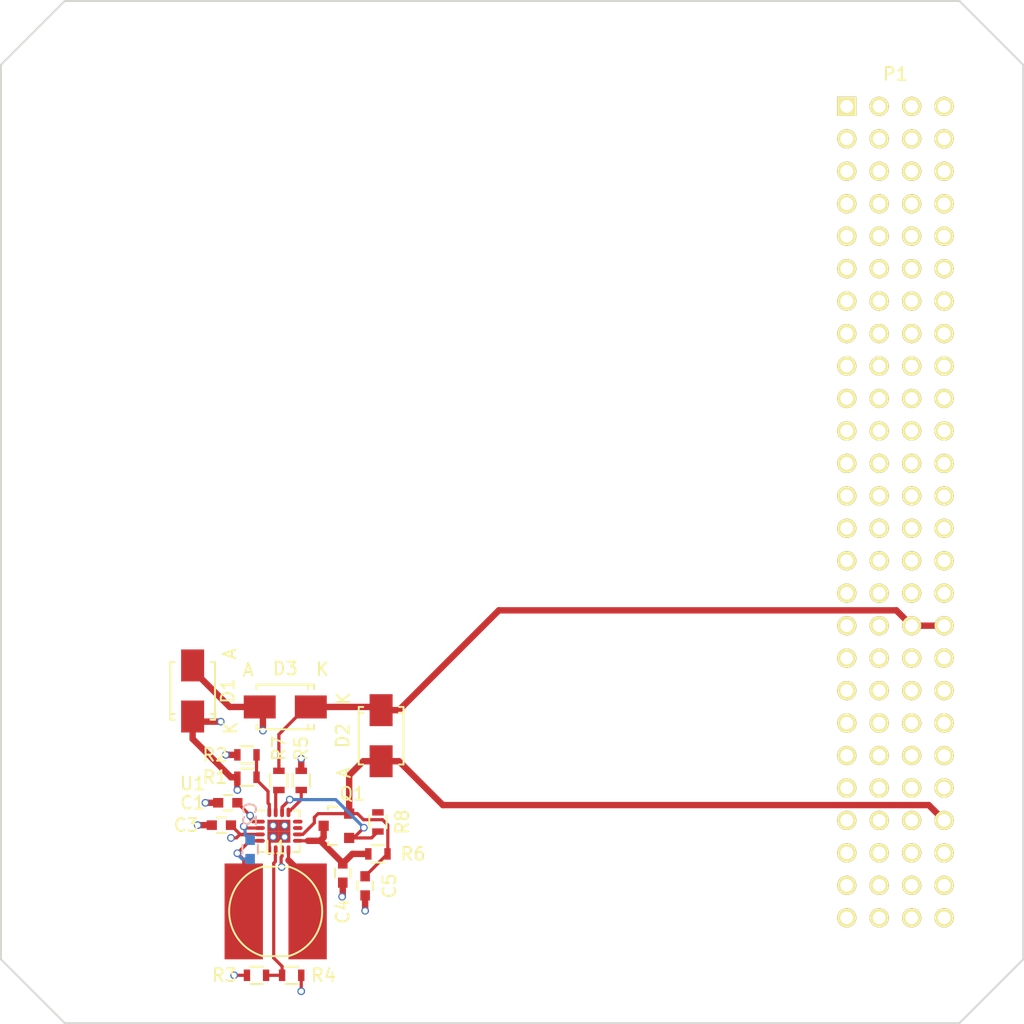
<source format=kicad_pcb>
(kicad_pcb (version 4) (host pcbnew 4.0.2+dfsg1-stable)

  (general
    (links 49)
    (no_connects 2)
    (area 0 0 0 0)
    (thickness 1.6)
    (drawings 0)
    (tracks 163)
    (zones 0)
    (modules 20)
    (nets 16)
  )

  (page A4)
  (layers
    (0 F.Cu signal)
    (1 GND power)
    (2 Power power)
    (31 B.Cu signal)
    (32 B.Adhes user)
    (33 F.Adhes user)
    (34 B.Paste user)
    (35 F.Paste user)
    (36 B.SilkS user)
    (37 F.SilkS user)
    (38 B.Mask user)
    (39 F.Mask user)
    (40 Dwgs.User user)
    (41 Cmts.User user)
    (42 Eco1.User user)
    (43 Eco2.User user)
    (44 Edge.Cuts user)
    (45 Margin user)
    (46 B.CrtYd user)
    (47 F.CrtYd user)
    (48 B.Fab user hide)
    (49 F.Fab user hide)
  )

  (setup
    (last_trace_width 0.25)
    (user_trace_width 0.25)
    (user_trace_width 0.5)
    (trace_clearance 0.2)
    (zone_clearance 0.508)
    (zone_45_only no)
    (trace_min 0.2)
    (segment_width 0.2)
    (edge_width 0.15)
    (via_size 0.6)
    (via_drill 0.4)
    (via_min_size 0.4)
    (via_min_drill 0.3)
    (uvia_size 0.3)
    (uvia_drill 0.1)
    (uvias_allowed no)
    (uvia_min_size 0.2)
    (uvia_min_drill 0.1)
    (pcb_text_width 0.3)
    (pcb_text_size 1.5 1.5)
    (mod_edge_width 0.15)
    (mod_text_size 1 1)
    (mod_text_width 0.15)
    (pad_size 1.524 1.524)
    (pad_drill 0.762)
    (pad_to_mask_clearance 0.2)
    (aux_axis_origin 0 0)
    (grid_origin 50 50)
    (visible_elements FFFFFF7F)
    (pcbplotparams
      (layerselection 0x00030_80000001)
      (usegerberextensions false)
      (excludeedgelayer true)
      (linewidth 0.100000)
      (plotframeref false)
      (viasonmask false)
      (mode 1)
      (useauxorigin false)
      (hpglpennumber 1)
      (hpglpenspeed 20)
      (hpglpendiameter 15)
      (hpglpenoverlay 2)
      (psnegative false)
      (psa4output false)
      (plotreference true)
      (plotvalue true)
      (plotinvisibletext false)
      (padsonsilk false)
      (subtractmaskfromsilk false)
      (outputformat 1)
      (mirror false)
      (drillshape 1)
      (scaleselection 1)
      (outputdirectory ""))
  )

  (net 0 "")
  (net 1 GND)
  (net 2 "Net-(C1-Pad2)")
  (net 3 "Net-(C2-Pad1)")
  (net 4 "Net-(C2-Pad2)")
  (net 5 "Net-(C4-Pad1)")
  (net 6 "Net-(L1-Pad2)")
  (net 7 /chargerchannel//CHRG)
  (net 8 /chargerchannel/RUN)
  (net 9 "Net-(R3-Pad1)")
  (net 10 "Net-(R5-Pad2)")
  (net 11 /chargerchannel//FAULT)
  (net 12 /chargerchannel/VBAT)
  (net 13 /chargerchannel/PV_RECT)
  (net 14 /chargerchannel/VSYS)
  (net 15 /chargerchannel/PV_IN)

  (net_class Default "This is the default net class."
    (clearance 0.2)
    (trace_width 0.25)
    (via_dia 0.6)
    (via_drill 0.4)
    (uvia_dia 0.3)
    (uvia_drill 0.1)
    (add_net /chargerchannel//CHRG)
    (add_net /chargerchannel//FAULT)
    (add_net /chargerchannel/RUN)
    (add_net "Net-(C1-Pad2)")
    (add_net "Net-(C2-Pad1)")
    (add_net "Net-(C2-Pad2)")
    (add_net "Net-(C4-Pad1)")
    (add_net "Net-(L1-Pad2)")
    (add_net "Net-(R3-Pad1)")
    (add_net "Net-(R5-Pad2)")
  )

  (net_class power ""
    (clearance 0.2)
    (trace_width 0.5)
    (via_dia 0.6)
    (via_drill 0.4)
    (uvia_dia 0.3)
    (uvia_drill 0.1)
    (add_net /chargerchannel/PV_IN)
    (add_net /chargerchannel/PV_RECT)
    (add_net /chargerchannel/VBAT)
    (add_net /chargerchannel/VSYS)
    (add_net GND)
  )

  (module Housings_SOT-23_SOT-143_TSOT-6:SOT-23 placed (layer F.Cu) (tedit 553634F8) (tstamp 56DD930C)
    (at 76.25 114.55 90)
    (descr "SOT-23, Standard")
    (tags SOT-23)
    (path /56DC5239/56DC7C4C)
    (attr smd)
    (fp_text reference Q1 (at 2.5 1.25 180) (layer F.SilkS)
      (effects (font (size 1 1) (thickness 0.15)))
    )
    (fp_text value SI2343DS (at 0 2.3 90) (layer F.Fab)
      (effects (font (size 1 1) (thickness 0.15)))
    )
    (fp_line (start -1.65 -1.6) (end 1.65 -1.6) (layer F.CrtYd) (width 0.05))
    (fp_line (start 1.65 -1.6) (end 1.65 1.6) (layer F.CrtYd) (width 0.05))
    (fp_line (start 1.65 1.6) (end -1.65 1.6) (layer F.CrtYd) (width 0.05))
    (fp_line (start -1.65 1.6) (end -1.65 -1.6) (layer F.CrtYd) (width 0.05))
    (fp_line (start 1.29916 -0.65024) (end 1.2509 -0.65024) (layer F.SilkS) (width 0.15))
    (fp_line (start -1.49982 0.0508) (end -1.49982 -0.65024) (layer F.SilkS) (width 0.15))
    (fp_line (start -1.49982 -0.65024) (end -1.2509 -0.65024) (layer F.SilkS) (width 0.15))
    (fp_line (start 1.29916 -0.65024) (end 1.49982 -0.65024) (layer F.SilkS) (width 0.15))
    (fp_line (start 1.49982 -0.65024) (end 1.49982 0.0508) (layer F.SilkS) (width 0.15))
    (pad 1 smd rect (at -0.95 1.00076 90) (size 0.8001 0.8001) (layers F.Cu F.Paste F.Mask)
      (net 7 /chargerchannel//CHRG))
    (pad 2 smd rect (at 0.95 1.00076 90) (size 0.8001 0.8001) (layers F.Cu F.Paste F.Mask)
      (net 12 /chargerchannel/VBAT))
    (pad 3 smd rect (at 0 -0.99822 90) (size 0.8001 0.8001) (layers F.Cu F.Paste F.Mask)
      (net 5 "Net-(C4-Pad1)"))
    (model Housings_SOT-23_SOT-143_TSOT-6.3dshapes/SOT-23.wrl
      (at (xyz 0 0 0))
      (scale (xyz 1 1 1))
      (rotate (xyz 0 0 0))
    )
  )

  (module Capacitors_SMD:C_0603 placed (layer F.Cu) (tedit 5415D631) (tstamp 56DD9274)
    (at 78.5 119.25 270)
    (descr "Capacitor SMD 0603, reflow soldering, AVX (see smccp.pdf)")
    (tags "capacitor 0603")
    (path /56DC5239/56DC787D)
    (attr smd)
    (fp_text reference C5 (at 0 -1.9 270) (layer F.SilkS)
      (effects (font (size 1 1) (thickness 0.15)))
    )
    (fp_text value 22uF (at 0 1.9 270) (layer F.Fab)
      (effects (font (size 1 1) (thickness 0.15)))
    )
    (fp_line (start -1.45 -0.75) (end 1.45 -0.75) (layer F.CrtYd) (width 0.05))
    (fp_line (start -1.45 0.75) (end 1.45 0.75) (layer F.CrtYd) (width 0.05))
    (fp_line (start -1.45 -0.75) (end -1.45 0.75) (layer F.CrtYd) (width 0.05))
    (fp_line (start 1.45 -0.75) (end 1.45 0.75) (layer F.CrtYd) (width 0.05))
    (fp_line (start -0.35 -0.6) (end 0.35 -0.6) (layer F.SilkS) (width 0.15))
    (fp_line (start 0.35 0.6) (end -0.35 0.6) (layer F.SilkS) (width 0.15))
    (pad 1 smd rect (at -0.75 0 270) (size 0.8 0.75) (layers F.Cu F.Paste F.Mask)
      (net 12 /chargerchannel/VBAT))
    (pad 2 smd rect (at 0.75 0 270) (size 0.8 0.75) (layers F.Cu F.Paste F.Mask)
      (net 1 GND))
    (model Capacitors_SMD.3dshapes/C_0603.wrl
      (at (xyz 0 0 0))
      (scale (xyz 1 1 1))
      (rotate (xyz 0 0 0))
    )
  )

  (module Resistors_SMD:R_0603 placed (layer F.Cu) (tedit 5415CC62) (tstamp 56DD9354)
    (at 79.5 116.75 180)
    (descr "Resistor SMD 0603, reflow soldering, Vishay (see dcrcw.pdf)")
    (tags "resistor 0603")
    (path /56DC5239/56DC81E3)
    (attr smd)
    (fp_text reference R6 (at -2.75 0 180) (layer F.SilkS)
      (effects (font (size 1 1) (thickness 0.15)))
    )
    (fp_text value 470k (at 0 1.9 180) (layer F.Fab)
      (effects (font (size 1 1) (thickness 0.15)))
    )
    (fp_line (start -1.3 -0.8) (end 1.3 -0.8) (layer F.CrtYd) (width 0.05))
    (fp_line (start -1.3 0.8) (end 1.3 0.8) (layer F.CrtYd) (width 0.05))
    (fp_line (start -1.3 -0.8) (end -1.3 0.8) (layer F.CrtYd) (width 0.05))
    (fp_line (start 1.3 -0.8) (end 1.3 0.8) (layer F.CrtYd) (width 0.05))
    (fp_line (start 0.5 0.675) (end -0.5 0.675) (layer F.SilkS) (width 0.15))
    (fp_line (start -0.5 -0.675) (end 0.5 -0.675) (layer F.SilkS) (width 0.15))
    (pad 1 smd rect (at -0.75 0 180) (size 0.5 0.9) (layers F.Cu F.Paste F.Mask)
      (net 12 /chargerchannel/VBAT))
    (pad 2 smd rect (at 0.75 0 180) (size 0.5 0.9) (layers F.Cu F.Paste F.Mask)
      (net 5 "Net-(C4-Pad1)"))
    (model Resistors_SMD.3dshapes/R_0603.wrl
      (at (xyz 0 0 0))
      (scale (xyz 1 1 1))
      (rotate (xyz 0 0 0))
    )
  )

  (module Capacitors_SMD:C_0603 placed (layer F.Cu) (tedit 5415D631) (tstamp 56DD9268)
    (at 76.75 118.25 270)
    (descr "Capacitor SMD 0603, reflow soldering, AVX (see smccp.pdf)")
    (tags "capacitor 0603")
    (path /56DC5239/56DC84CE)
    (attr smd)
    (fp_text reference C4 (at 3 0 270) (layer F.SilkS)
      (effects (font (size 1 1) (thickness 0.15)))
    )
    (fp_text value 4.7uF (at 0 1.9 270) (layer F.Fab)
      (effects (font (size 1 1) (thickness 0.15)))
    )
    (fp_line (start -1.45 -0.75) (end 1.45 -0.75) (layer F.CrtYd) (width 0.05))
    (fp_line (start -1.45 0.75) (end 1.45 0.75) (layer F.CrtYd) (width 0.05))
    (fp_line (start -1.45 -0.75) (end -1.45 0.75) (layer F.CrtYd) (width 0.05))
    (fp_line (start 1.45 -0.75) (end 1.45 0.75) (layer F.CrtYd) (width 0.05))
    (fp_line (start -0.35 -0.6) (end 0.35 -0.6) (layer F.SilkS) (width 0.15))
    (fp_line (start 0.35 0.6) (end -0.35 0.6) (layer F.SilkS) (width 0.15))
    (pad 1 smd rect (at -0.75 0 270) (size 0.8 0.75) (layers F.Cu F.Paste F.Mask)
      (net 5 "Net-(C4-Pad1)"))
    (pad 2 smd rect (at 0.75 0 270) (size 0.8 0.75) (layers F.Cu F.Paste F.Mask)
      (net 1 GND))
    (model Capacitors_SMD.3dshapes/C_0603.wrl
      (at (xyz 0 0 0))
      (scale (xyz 1 1 1))
      (rotate (xyz 0 0 0))
    )
  )

  (module Resistors_SMD:R_0603 placed (layer F.Cu) (tedit 5415CC62) (tstamp 56DD936C)
    (at 79.5 114.25 270)
    (descr "Resistor SMD 0603, reflow soldering, Vishay (see dcrcw.pdf)")
    (tags "resistor 0603")
    (path /56DC5239/56DC7F9A)
    (attr smd)
    (fp_text reference R8 (at 0 -1.9 270) (layer F.SilkS)
      (effects (font (size 1 1) (thickness 0.15)))
    )
    (fp_text value 49.9k (at 0 1.9 270) (layer F.Fab)
      (effects (font (size 1 1) (thickness 0.15)))
    )
    (fp_line (start -1.3 -0.8) (end 1.3 -0.8) (layer F.CrtYd) (width 0.05))
    (fp_line (start -1.3 0.8) (end 1.3 0.8) (layer F.CrtYd) (width 0.05))
    (fp_line (start -1.3 -0.8) (end -1.3 0.8) (layer F.CrtYd) (width 0.05))
    (fp_line (start 1.3 -0.8) (end 1.3 0.8) (layer F.CrtYd) (width 0.05))
    (fp_line (start 0.5 0.675) (end -0.5 0.675) (layer F.SilkS) (width 0.15))
    (fp_line (start -0.5 -0.675) (end 0.5 -0.675) (layer F.SilkS) (width 0.15))
    (pad 1 smd rect (at -0.75 0 270) (size 0.5 0.9) (layers F.Cu F.Paste F.Mask)
      (net 14 /chargerchannel/VSYS))
    (pad 2 smd rect (at 0.75 0 270) (size 0.5 0.9) (layers F.Cu F.Paste F.Mask)
      (net 7 /chargerchannel//CHRG))
    (model Resistors_SMD.3dshapes/R_0603.wrl
      (at (xyz 0 0 0))
      (scale (xyz 1 1 1))
      (rotate (xyz 0 0 0))
    )
  )

  (module Capacitors_SMD:C_0603 placed (layer B.Cu) (tedit 5415D631) (tstamp 56DD9250)
    (at 69.5 116.4 90)
    (descr "Capacitor SMD 0603, reflow soldering, AVX (see smccp.pdf)")
    (tags "capacitor 0603")
    (path /56DC5239/56DC602F)
    (attr smd)
    (fp_text reference C2 (at 2.75 0 90) (layer B.SilkS)
      (effects (font (size 1 1) (thickness 0.15)) (justify mirror))
    )
    (fp_text value 22nF (at 0 -1.9 90) (layer B.Fab)
      (effects (font (size 1 1) (thickness 0.15)) (justify mirror))
    )
    (fp_line (start -1.45 0.75) (end 1.45 0.75) (layer B.CrtYd) (width 0.05))
    (fp_line (start -1.45 -0.75) (end 1.45 -0.75) (layer B.CrtYd) (width 0.05))
    (fp_line (start -1.45 0.75) (end -1.45 -0.75) (layer B.CrtYd) (width 0.05))
    (fp_line (start 1.45 0.75) (end 1.45 -0.75) (layer B.CrtYd) (width 0.05))
    (fp_line (start -0.35 0.6) (end 0.35 0.6) (layer B.SilkS) (width 0.15))
    (fp_line (start 0.35 -0.6) (end -0.35 -0.6) (layer B.SilkS) (width 0.15))
    (pad 1 smd rect (at -0.75 0 90) (size 0.8 0.75) (layers B.Cu B.Paste B.Mask)
      (net 3 "Net-(C2-Pad1)"))
    (pad 2 smd rect (at 0.75 0 90) (size 0.8 0.75) (layers B.Cu B.Paste B.Mask)
      (net 4 "Net-(C2-Pad2)"))
    (model Capacitors_SMD.3dshapes/C_0603.wrl
      (at (xyz 0 0 0))
      (scale (xyz 1 1 1))
      (rotate (xyz 0 0 0))
    )
  )

  (module Capacitors_SMD:C_0603 placed (layer F.Cu) (tedit 5415D631) (tstamp 56DD925C)
    (at 67.25 114.5 180)
    (descr "Capacitor SMD 0603, reflow soldering, AVX (see smccp.pdf)")
    (tags "capacitor 0603")
    (path /56DC5239/56DC640E)
    (attr smd)
    (fp_text reference C3 (at 2.75 0 180) (layer F.SilkS)
      (effects (font (size 1 1) (thickness 0.15)))
    )
    (fp_text value 10uF (at 0 1.9 180) (layer F.Fab)
      (effects (font (size 1 1) (thickness 0.15)))
    )
    (fp_line (start -1.45 -0.75) (end 1.45 -0.75) (layer F.CrtYd) (width 0.05))
    (fp_line (start -1.45 0.75) (end 1.45 0.75) (layer F.CrtYd) (width 0.05))
    (fp_line (start -1.45 -0.75) (end -1.45 0.75) (layer F.CrtYd) (width 0.05))
    (fp_line (start 1.45 -0.75) (end 1.45 0.75) (layer F.CrtYd) (width 0.05))
    (fp_line (start -0.35 -0.6) (end 0.35 -0.6) (layer F.SilkS) (width 0.15))
    (fp_line (start 0.35 0.6) (end -0.35 0.6) (layer F.SilkS) (width 0.15))
    (pad 1 smd rect (at -0.75 0 180) (size 0.8 0.75) (layers F.Cu F.Paste F.Mask)
      (net 13 /chargerchannel/PV_RECT))
    (pad 2 smd rect (at 0.75 0 180) (size 0.8 0.75) (layers F.Cu F.Paste F.Mask)
      (net 1 GND))
    (model Capacitors_SMD.3dshapes/C_0603.wrl
      (at (xyz 0 0 0))
      (scale (xyz 1 1 1))
      (rotate (xyz 0 0 0))
    )
  )

  (module Resistors_SMD:R_0603 placed (layer F.Cu) (tedit 5415CC62) (tstamp 56DD9318)
    (at 69.25 110.75 180)
    (descr "Resistor SMD 0603, reflow soldering, Vishay (see dcrcw.pdf)")
    (tags "resistor 0603")
    (path /56DC5239/56DCB209)
    (attr smd)
    (fp_text reference R1 (at 2.5 0 180) (layer F.SilkS)
      (effects (font (size 1 1) (thickness 0.15)))
    )
    (fp_text value 25.5k (at 0 1.9 180) (layer F.Fab)
      (effects (font (size 1 1) (thickness 0.15)))
    )
    (fp_line (start -1.3 -0.8) (end 1.3 -0.8) (layer F.CrtYd) (width 0.05))
    (fp_line (start -1.3 0.8) (end 1.3 0.8) (layer F.CrtYd) (width 0.05))
    (fp_line (start -1.3 -0.8) (end -1.3 0.8) (layer F.CrtYd) (width 0.05))
    (fp_line (start 1.3 -0.8) (end 1.3 0.8) (layer F.CrtYd) (width 0.05))
    (fp_line (start 0.5 0.675) (end -0.5 0.675) (layer F.SilkS) (width 0.15))
    (fp_line (start -0.5 -0.675) (end 0.5 -0.675) (layer F.SilkS) (width 0.15))
    (pad 1 smd rect (at -0.75 0 180) (size 0.5 0.9) (layers F.Cu F.Paste F.Mask)
      (net 8 /chargerchannel/RUN))
    (pad 2 smd rect (at 0.75 0 180) (size 0.5 0.9) (layers F.Cu F.Paste F.Mask)
      (net 13 /chargerchannel/PV_RECT))
    (model Resistors_SMD.3dshapes/R_0603.wrl
      (at (xyz 0 0 0))
      (scale (xyz 1 1 1))
      (rotate (xyz 0 0 0))
    )
  )

  (module Resistors_SMD:R_0603 placed (layer F.Cu) (tedit 5415CC62) (tstamp 56DD9324)
    (at 69.25 109 180)
    (descr "Resistor SMD 0603, reflow soldering, Vishay (see dcrcw.pdf)")
    (tags "resistor 0603")
    (path /56DC5239/56DCB252)
    (attr smd)
    (fp_text reference R2 (at 2.5 0 180) (layer F.SilkS)
      (effects (font (size 1 1) (thickness 0.15)))
    )
    (fp_text value 24.5k (at 0 1.9 180) (layer F.Fab)
      (effects (font (size 1 1) (thickness 0.15)))
    )
    (fp_line (start -1.3 -0.8) (end 1.3 -0.8) (layer F.CrtYd) (width 0.05))
    (fp_line (start -1.3 0.8) (end 1.3 0.8) (layer F.CrtYd) (width 0.05))
    (fp_line (start -1.3 -0.8) (end -1.3 0.8) (layer F.CrtYd) (width 0.05))
    (fp_line (start 1.3 -0.8) (end 1.3 0.8) (layer F.CrtYd) (width 0.05))
    (fp_line (start 0.5 0.675) (end -0.5 0.675) (layer F.SilkS) (width 0.15))
    (fp_line (start -0.5 -0.675) (end 0.5 -0.675) (layer F.SilkS) (width 0.15))
    (pad 1 smd rect (at -0.75 0 180) (size 0.5 0.9) (layers F.Cu F.Paste F.Mask)
      (net 8 /chargerchannel/RUN))
    (pad 2 smd rect (at 0.75 0 180) (size 0.5 0.9) (layers F.Cu F.Paste F.Mask)
      (net 1 GND))
    (model Resistors_SMD.3dshapes/R_0603.wrl
      (at (xyz 0 0 0))
      (scale (xyz 1 1 1))
      (rotate (xyz 0 0 0))
    )
  )

  (module Capacitors_SMD:C_0603 placed (layer F.Cu) (tedit 5415D631) (tstamp 56DD9244)
    (at 67.75 112.75)
    (descr "Capacitor SMD 0603, reflow soldering, AVX (see smccp.pdf)")
    (tags "capacitor 0603")
    (path /56DC5239/56DC5F55)
    (attr smd)
    (fp_text reference C1 (at -2.75 0) (layer F.SilkS)
      (effects (font (size 1 1) (thickness 0.15)))
    )
    (fp_text value 2.2uF (at 0 1.9) (layer F.Fab)
      (effects (font (size 1 1) (thickness 0.15)))
    )
    (fp_line (start -1.45 -0.75) (end 1.45 -0.75) (layer F.CrtYd) (width 0.05))
    (fp_line (start -1.45 0.75) (end 1.45 0.75) (layer F.CrtYd) (width 0.05))
    (fp_line (start -1.45 -0.75) (end -1.45 0.75) (layer F.CrtYd) (width 0.05))
    (fp_line (start 1.45 -0.75) (end 1.45 0.75) (layer F.CrtYd) (width 0.05))
    (fp_line (start -0.35 -0.6) (end 0.35 -0.6) (layer F.SilkS) (width 0.15))
    (fp_line (start 0.35 0.6) (end -0.35 0.6) (layer F.SilkS) (width 0.15))
    (pad 1 smd rect (at -0.75 0) (size 0.8 0.75) (layers F.Cu F.Paste F.Mask)
      (net 1 GND))
    (pad 2 smd rect (at 0.75 0) (size 0.8 0.75) (layers F.Cu F.Paste F.Mask)
      (net 2 "Net-(C1-Pad2)"))
    (model Capacitors_SMD.3dshapes/C_0603.wrl
      (at (xyz 0 0 0))
      (scale (xyz 1 1 1))
      (rotate (xyz 0 0 0))
    )
  )

  (module Resistors_SMD:R_0603 placed (layer F.Cu) (tedit 5415CC62) (tstamp 56DD933C)
    (at 72.75 126.25)
    (descr "Resistor SMD 0603, reflow soldering, Vishay (see dcrcw.pdf)")
    (tags "resistor 0603")
    (path /56DC5239/56DC65F7)
    (attr smd)
    (fp_text reference R4 (at 2.5 0) (layer F.SilkS)
      (effects (font (size 1 1) (thickness 0.15)))
    )
    (fp_text value 1.67k (at 0 1.9) (layer F.Fab)
      (effects (font (size 1 1) (thickness 0.15)))
    )
    (fp_line (start -1.3 -0.8) (end 1.3 -0.8) (layer F.CrtYd) (width 0.05))
    (fp_line (start -1.3 0.8) (end 1.3 0.8) (layer F.CrtYd) (width 0.05))
    (fp_line (start -1.3 -0.8) (end -1.3 0.8) (layer F.CrtYd) (width 0.05))
    (fp_line (start 1.3 -0.8) (end 1.3 0.8) (layer F.CrtYd) (width 0.05))
    (fp_line (start 0.5 0.675) (end -0.5 0.675) (layer F.SilkS) (width 0.15))
    (fp_line (start -0.5 -0.675) (end 0.5 -0.675) (layer F.SilkS) (width 0.15))
    (pad 1 smd rect (at -0.75 0) (size 0.5 0.9) (layers F.Cu F.Paste F.Mask)
      (net 9 "Net-(R3-Pad1)"))
    (pad 2 smd rect (at 0.75 0) (size 0.5 0.9) (layers F.Cu F.Paste F.Mask)
      (net 1 GND))
    (model Resistors_SMD.3dshapes/R_0603.wrl
      (at (xyz 0 0 0))
      (scale (xyz 1 1 1))
      (rotate (xyz 0 0 0))
    )
  )

  (module Bourns:SDE0805A (layer F.Cu) (tedit 56E5A6E9) (tstamp 56E5A870)
    (at 71.5 121.25)
    (path /56DC5239/56DC6B00)
    (fp_text reference L1 (at 0 -5) (layer F.SilkS)
      (effects (font (size 1 1) (thickness 0.15)))
    )
    (fp_text value 12uH (at 0 -6.5) (layer F.Fab)
      (effects (font (size 1 1) (thickness 0.15)))
    )
    (fp_arc (start 0 0) (end -1 3.5) (angle 148.1092082) (layer F.SilkS) (width 0.15))
    (fp_arc (start 0 0) (end 1 -3.5) (angle 148.1092082) (layer F.SilkS) (width 0.15))
    (fp_line (start -1 3.5) (end 1 3.5) (layer F.SilkS) (width 0.15))
    (fp_line (start -1 -3.5) (end 1 -3.5) (layer F.SilkS) (width 0.15))
    (pad 1 smd rect (at -2.5 0) (size 3 7.5) (layers F.Cu F.Paste F.Mask)
      (net 3 "Net-(C2-Pad1)"))
    (pad 2 smd rect (at 2.5 0) (size 3 7.5) (layers F.Cu F.Paste F.Mask)
      (net 6 "Net-(L1-Pad2)"))
  )

  (module Housings_DFN_QFN:QFN-16-1EP_3x3mm_Pitch0.5mm placed (layer F.Cu) (tedit 54130A77) (tstamp 56DD938F)
    (at 71.75 114.975)
    (descr "16-Lead Plastic Quad Flat, No Lead Package (NG) - 3x3x0.9 mm Body [QFN]; (see Microchip Packaging Specification 00000049BS.pdf)")
    (tags "QFN 0.5")
    (path /56DC5239/56DC5B05)
    (attr smd)
    (fp_text reference U1 (at -6.75 -3.725) (layer F.SilkS)
      (effects (font (size 1 1) (thickness 0.15)))
    )
    (fp_text value LTC4121-4.2 (at 0 2.85) (layer F.Fab)
      (effects (font (size 1 1) (thickness 0.15)))
    )
    (fp_line (start -2.1 -2.1) (end -2.1 2.1) (layer F.CrtYd) (width 0.05))
    (fp_line (start 2.1 -2.1) (end 2.1 2.1) (layer F.CrtYd) (width 0.05))
    (fp_line (start -2.1 -2.1) (end 2.1 -2.1) (layer F.CrtYd) (width 0.05))
    (fp_line (start -2.1 2.1) (end 2.1 2.1) (layer F.CrtYd) (width 0.05))
    (fp_line (start 1.625 -1.625) (end 1.625 -1.125) (layer F.SilkS) (width 0.15))
    (fp_line (start -1.625 1.625) (end -1.625 1.125) (layer F.SilkS) (width 0.15))
    (fp_line (start 1.625 1.625) (end 1.625 1.125) (layer F.SilkS) (width 0.15))
    (fp_line (start -1.625 -1.625) (end -1.125 -1.625) (layer F.SilkS) (width 0.15))
    (fp_line (start -1.625 1.625) (end -1.125 1.625) (layer F.SilkS) (width 0.15))
    (fp_line (start 1.625 1.625) (end 1.125 1.625) (layer F.SilkS) (width 0.15))
    (fp_line (start 1.625 -1.625) (end 1.125 -1.625) (layer F.SilkS) (width 0.15))
    (pad 1 smd oval (at -1.475 -0.75) (size 0.75 0.3) (layers F.Cu F.Paste F.Mask)
      (net 2 "Net-(C1-Pad2)"))
    (pad 2 smd oval (at -1.475 -0.25) (size 0.75 0.3) (layers F.Cu F.Paste F.Mask)
      (net 4 "Net-(C2-Pad2)"))
    (pad 3 smd oval (at -1.475 0.25) (size 0.75 0.3) (layers F.Cu F.Paste F.Mask)
      (net 13 /chargerchannel/PV_RECT))
    (pad 4 smd oval (at -1.475 0.75) (size 0.75 0.3) (layers F.Cu F.Paste F.Mask)
      (net 3 "Net-(C2-Pad1)"))
    (pad 5 smd oval (at -0.75 1.475 90) (size 0.75 0.3) (layers F.Cu F.Paste F.Mask)
      (net 1 GND))
    (pad 6 smd oval (at -0.25 1.475 90) (size 0.75 0.3) (layers F.Cu F.Paste F.Mask)
      (net 9 "Net-(R3-Pad1)"))
    (pad 7 smd oval (at 0.25 1.475 90) (size 0.75 0.3) (layers F.Cu F.Paste F.Mask)
      (net 2 "Net-(C1-Pad2)"))
    (pad 8 smd oval (at 0.75 1.475 90) (size 0.75 0.3) (layers F.Cu F.Paste F.Mask)
      (net 6 "Net-(L1-Pad2)"))
    (pad 9 smd oval (at 1.475 0.75) (size 0.75 0.3) (layers F.Cu F.Paste F.Mask)
      (net 5 "Net-(C4-Pad1)"))
    (pad 10 smd oval (at 1.475 0.25) (size 0.75 0.3) (layers F.Cu F.Paste F.Mask)
      (net 12 /chargerchannel/VBAT))
    (pad 11 smd oval (at 1.475 -0.25) (size 0.75 0.3) (layers F.Cu F.Paste F.Mask))
    (pad 12 smd oval (at 1.475 -0.75) (size 0.75 0.3) (layers F.Cu F.Paste F.Mask))
    (pad 13 smd oval (at 0.75 -1.475 90) (size 0.75 0.3) (layers F.Cu F.Paste F.Mask)
      (net 10 "Net-(R5-Pad2)"))
    (pad 14 smd oval (at 0.25 -1.475 90) (size 0.75 0.3) (layers F.Cu F.Paste F.Mask)
      (net 7 /chargerchannel//CHRG))
    (pad 15 smd oval (at -0.25 -1.475 90) (size 0.75 0.3) (layers F.Cu F.Paste F.Mask)
      (net 11 /chargerchannel//FAULT))
    (pad 16 smd oval (at -0.75 -1.475 90) (size 0.75 0.3) (layers F.Cu F.Paste F.Mask)
      (net 8 /chargerchannel/RUN))
    (pad 17 smd rect (at 0.45 0.45) (size 0.9 0.9) (layers F.Cu F.Paste F.Mask)
      (net 1 GND) (solder_paste_margin_ratio -0.2))
    (pad 17 smd rect (at 0.45 -0.45) (size 0.9 0.9) (layers F.Cu F.Paste F.Mask)
      (net 1 GND) (solder_paste_margin_ratio -0.2))
    (pad 17 smd rect (at -0.45 0.45) (size 0.9 0.9) (layers F.Cu F.Paste F.Mask)
      (net 1 GND) (solder_paste_margin_ratio -0.2))
    (pad 17 smd rect (at -0.45 -0.45) (size 0.9 0.9) (layers F.Cu F.Paste F.Mask)
      (net 1 GND) (solder_paste_margin_ratio -0.2))
    (model Housings_DFN_QFN.3dshapes/QFN-16-1EP_3x3mm_Pitch0.5mm.wrl
      (at (xyz 0 0 0))
      (scale (xyz 1 1 1))
      (rotate (xyz 0 0 0))
    )
  )

  (module Resistors_SMD:R_0603 placed (layer F.Cu) (tedit 5415CC62) (tstamp 56DD9330)
    (at 70 126.25 180)
    (descr "Resistor SMD 0603, reflow soldering, Vishay (see dcrcw.pdf)")
    (tags "resistor 0603")
    (path /56DC5239/56DC65AC)
    (attr smd)
    (fp_text reference R3 (at 2.5 0 180) (layer F.SilkS)
      (effects (font (size 1 1) (thickness 0.15)))
    )
    (fp_text value 10.0k (at 0 1.9 180) (layer F.Fab)
      (effects (font (size 1 1) (thickness 0.15)))
    )
    (fp_line (start -1.3 -0.8) (end 1.3 -0.8) (layer F.CrtYd) (width 0.05))
    (fp_line (start -1.3 0.8) (end 1.3 0.8) (layer F.CrtYd) (width 0.05))
    (fp_line (start -1.3 -0.8) (end -1.3 0.8) (layer F.CrtYd) (width 0.05))
    (fp_line (start 1.3 -0.8) (end 1.3 0.8) (layer F.CrtYd) (width 0.05))
    (fp_line (start 0.5 0.675) (end -0.5 0.675) (layer F.SilkS) (width 0.15))
    (fp_line (start -0.5 -0.675) (end 0.5 -0.675) (layer F.SilkS) (width 0.15))
    (pad 1 smd rect (at -0.75 0 180) (size 0.5 0.9) (layers F.Cu F.Paste F.Mask)
      (net 9 "Net-(R3-Pad1)"))
    (pad 2 smd rect (at 0.75 0 180) (size 0.5 0.9) (layers F.Cu F.Paste F.Mask)
      (net 13 /chargerchannel/PV_RECT))
    (model Resistors_SMD.3dshapes/R_0603.wrl
      (at (xyz 0 0 0))
      (scale (xyz 1 1 1))
      (rotate (xyz 0 0 0))
    )
  )

  (module Diodes_SMD:SMA_Standard (layer F.Cu) (tedit 552FF239) (tstamp 56E5A082)
    (at 65 104 90)
    (descr "Diode SMA")
    (tags "Diode SMA")
    (path /56DC5239/56DC6E34)
    (attr smd)
    (fp_text reference D1 (at 0 2.75 90) (layer F.SilkS)
      (effects (font (size 1 1) (thickness 0.15)))
    )
    (fp_text value D_Schottky_Small (at 0 4.3 90) (layer F.Fab)
      (effects (font (size 1 1) (thickness 0.15)))
    )
    (fp_line (start -3.5 -2) (end 3.5 -2) (layer F.CrtYd) (width 0.05))
    (fp_line (start 3.5 -2) (end 3.5 2) (layer F.CrtYd) (width 0.05))
    (fp_line (start 3.5 2) (end -3.5 2) (layer F.CrtYd) (width 0.05))
    (fp_line (start -3.5 2) (end -3.5 -2) (layer F.CrtYd) (width 0.05))
    (fp_text user K (at -2.9 2.95 90) (layer F.SilkS)
      (effects (font (size 1 1) (thickness 0.15)))
    )
    (fp_text user A (at 2.9 2.9 90) (layer F.SilkS)
      (effects (font (size 1 1) (thickness 0.15)))
    )
    (fp_circle (center 0 0) (end 0.20066 -0.0508) (layer F.Adhes) (width 0.381))
    (fp_line (start -1.79914 1.75006) (end -1.79914 1.39954) (layer F.SilkS) (width 0.15))
    (fp_line (start -1.79914 -1.75006) (end -1.79914 -1.39954) (layer F.SilkS) (width 0.15))
    (fp_line (start 2.25044 1.75006) (end 2.25044 1.39954) (layer F.SilkS) (width 0.15))
    (fp_line (start -2.25044 1.75006) (end -2.25044 1.39954) (layer F.SilkS) (width 0.15))
    (fp_line (start -2.25044 -1.75006) (end -2.25044 -1.39954) (layer F.SilkS) (width 0.15))
    (fp_line (start 2.25044 -1.75006) (end 2.25044 -1.39954) (layer F.SilkS) (width 0.15))
    (fp_line (start -2.25044 1.75006) (end 2.25044 1.75006) (layer F.SilkS) (width 0.15))
    (fp_line (start -2.25044 -1.75006) (end 2.25044 -1.75006) (layer F.SilkS) (width 0.15))
    (pad 1 smd rect (at -1.99898 0 90) (size 2.49936 1.80086) (layers F.Cu F.Paste F.Mask)
      (net 13 /chargerchannel/PV_RECT))
    (pad 2 smd rect (at 1.99898 0 90) (size 2.49936 1.80086) (layers F.Cu F.Paste F.Mask)
      (net 15 /chargerchannel/PV_IN))
    (model Diodes_SMD.3dshapes/SMA_Standard.wrl
      (at (xyz 0 0 0))
      (scale (xyz 0.3937 0.3937 0.3937))
      (rotate (xyz 0 0 180))
    )
  )

  (module Resistors_SMD:R_0603 placed (layer F.Cu) (tedit 5415CC62) (tstamp 56DD9348)
    (at 73.5 111 270)
    (descr "Resistor SMD 0603, reflow soldering, Vishay (see dcrcw.pdf)")
    (tags "resistor 0603")
    (path /56DC5239/56DC881A)
    (attr smd)
    (fp_text reference R5 (at -2.5 0 270) (layer F.SilkS)
      (effects (font (size 1 1) (thickness 0.15)))
    )
    (fp_text value 3.01k (at 0 1.9 270) (layer F.Fab)
      (effects (font (size 1 1) (thickness 0.15)))
    )
    (fp_line (start -1.3 -0.8) (end 1.3 -0.8) (layer F.CrtYd) (width 0.05))
    (fp_line (start -1.3 0.8) (end 1.3 0.8) (layer F.CrtYd) (width 0.05))
    (fp_line (start -1.3 -0.8) (end -1.3 0.8) (layer F.CrtYd) (width 0.05))
    (fp_line (start 1.3 -0.8) (end 1.3 0.8) (layer F.CrtYd) (width 0.05))
    (fp_line (start 0.5 0.675) (end -0.5 0.675) (layer F.SilkS) (width 0.15))
    (fp_line (start -0.5 -0.675) (end 0.5 -0.675) (layer F.SilkS) (width 0.15))
    (pad 1 smd rect (at -0.75 0 270) (size 0.5 0.9) (layers F.Cu F.Paste F.Mask)
      (net 1 GND))
    (pad 2 smd rect (at 0.75 0 270) (size 0.5 0.9) (layers F.Cu F.Paste F.Mask)
      (net 10 "Net-(R5-Pad2)"))
    (model Resistors_SMD.3dshapes/R_0603.wrl
      (at (xyz 0 0 0))
      (scale (xyz 1 1 1))
      (rotate (xyz 0 0 0))
    )
  )

  (module Resistors_SMD:R_0603 placed (layer F.Cu) (tedit 5415CC62) (tstamp 56DD9360)
    (at 71.75 111 270)
    (descr "Resistor SMD 0603, reflow soldering, Vishay (see dcrcw.pdf)")
    (tags "resistor 0603")
    (path /56DC5239/56DC8BF3)
    (attr smd)
    (fp_text reference R7 (at -2.5 0 270) (layer F.SilkS)
      (effects (font (size 1 1) (thickness 0.15)))
    )
    (fp_text value 49.9k (at 0 1.9 270) (layer F.Fab)
      (effects (font (size 1 1) (thickness 0.15)))
    )
    (fp_line (start -1.3 -0.8) (end 1.3 -0.8) (layer F.CrtYd) (width 0.05))
    (fp_line (start -1.3 0.8) (end 1.3 0.8) (layer F.CrtYd) (width 0.05))
    (fp_line (start -1.3 -0.8) (end -1.3 0.8) (layer F.CrtYd) (width 0.05))
    (fp_line (start 1.3 -0.8) (end 1.3 0.8) (layer F.CrtYd) (width 0.05))
    (fp_line (start 0.5 0.675) (end -0.5 0.675) (layer F.SilkS) (width 0.15))
    (fp_line (start -0.5 -0.675) (end 0.5 -0.675) (layer F.SilkS) (width 0.15))
    (pad 1 smd rect (at -0.75 0 270) (size 0.5 0.9) (layers F.Cu F.Paste F.Mask)
      (net 14 /chargerchannel/VSYS))
    (pad 2 smd rect (at 0.75 0 270) (size 0.5 0.9) (layers F.Cu F.Paste F.Mask)
      (net 11 /chargerchannel//FAULT))
    (model Resistors_SMD.3dshapes/R_0603.wrl
      (at (xyz 0 0 0))
      (scale (xyz 1 1 1))
      (rotate (xyz 0 0 0))
    )
  )

  (module Diodes_SMD:SMA_Standard (layer F.Cu) (tedit 552FF239) (tstamp 56E5A087)
    (at 79.75 107.5 270)
    (descr "Diode SMA")
    (tags "Diode SMA")
    (path /56DC5239/56E5A09D)
    (attr smd)
    (fp_text reference D2 (at 0 3 270) (layer F.SilkS)
      (effects (font (size 1 1) (thickness 0.15)))
    )
    (fp_text value D_Schottky_Small (at 0 4.3 270) (layer F.Fab)
      (effects (font (size 1 1) (thickness 0.15)))
    )
    (fp_line (start -3.5 -2) (end 3.5 -2) (layer F.CrtYd) (width 0.05))
    (fp_line (start 3.5 -2) (end 3.5 2) (layer F.CrtYd) (width 0.05))
    (fp_line (start 3.5 2) (end -3.5 2) (layer F.CrtYd) (width 0.05))
    (fp_line (start -3.5 2) (end -3.5 -2) (layer F.CrtYd) (width 0.05))
    (fp_text user K (at -2.9 2.95 270) (layer F.SilkS)
      (effects (font (size 1 1) (thickness 0.15)))
    )
    (fp_text user A (at 2.9 2.9 270) (layer F.SilkS)
      (effects (font (size 1 1) (thickness 0.15)))
    )
    (fp_circle (center 0 0) (end 0.20066 -0.0508) (layer F.Adhes) (width 0.381))
    (fp_line (start -1.79914 1.75006) (end -1.79914 1.39954) (layer F.SilkS) (width 0.15))
    (fp_line (start -1.79914 -1.75006) (end -1.79914 -1.39954) (layer F.SilkS) (width 0.15))
    (fp_line (start 2.25044 1.75006) (end 2.25044 1.39954) (layer F.SilkS) (width 0.15))
    (fp_line (start -2.25044 1.75006) (end -2.25044 1.39954) (layer F.SilkS) (width 0.15))
    (fp_line (start -2.25044 -1.75006) (end -2.25044 -1.39954) (layer F.SilkS) (width 0.15))
    (fp_line (start 2.25044 -1.75006) (end 2.25044 -1.39954) (layer F.SilkS) (width 0.15))
    (fp_line (start -2.25044 1.75006) (end 2.25044 1.75006) (layer F.SilkS) (width 0.15))
    (fp_line (start -2.25044 -1.75006) (end 2.25044 -1.75006) (layer F.SilkS) (width 0.15))
    (pad 1 smd rect (at -1.99898 0 270) (size 2.49936 1.80086) (layers F.Cu F.Paste F.Mask)
      (net 14 /chargerchannel/VSYS))
    (pad 2 smd rect (at 1.99898 0 270) (size 2.49936 1.80086) (layers F.Cu F.Paste F.Mask)
      (net 12 /chargerchannel/VBAT))
    (model Diodes_SMD.3dshapes/SMA_Standard.wrl
      (at (xyz 0 0 0))
      (scale (xyz 0.3937 0.3937 0.3937))
      (rotate (xyz 0 0 180))
    )
  )

  (module PC104:PC104 (layer F.Cu) (tedit 56E4A22D) (tstamp 56E5A0F7)
    (at 120 90)
    (path /56E5840A)
    (fp_text reference P1 (at 0 -34.29) (layer F.SilkS)
      (effects (font (size 1 1) (thickness 0.15)))
    )
    (fp_text value PC104 (at 0 -35.56) (layer F.Fab)
      (effects (font (size 1 1) (thickness 0.15)))
    )
    (fp_line (start -70 -35) (end -65 -40) (layer Edge.Cuts) (width 0.15))
    (fp_line (start -70 35) (end -70 -35) (layer Edge.Cuts) (width 0.15))
    (fp_line (start -65 40) (end -70 35) (layer Edge.Cuts) (width 0.15))
    (fp_line (start 5 40) (end -65 40) (layer Edge.Cuts) (width 0.15))
    (fp_line (start 10 35) (end 5 40) (layer Edge.Cuts) (width 0.15))
    (fp_line (start 10 -35) (end 10 35) (layer Edge.Cuts) (width 0.15))
    (fp_line (start 5 -40) (end 10 -35) (layer Edge.Cuts) (width 0.15))
    (fp_line (start -65 -40) (end 5 -40) (layer Edge.Cuts) (width 0.15))
    (pad 1A thru_hole rect (at -3.81 -31.75) (size 1.5 1.5) (drill 1) (layers *.Cu *.Mask F.SilkS))
    (pad 1B thru_hole circle (at -1.27 -31.75) (size 1.5 1.5) (drill 1) (layers *.Cu *.Mask F.SilkS))
    (pad 2A thru_hole circle (at -3.81 -29.21) (size 1.5 1.5) (drill 1) (layers *.Cu *.Mask F.SilkS))
    (pad 2B thru_hole circle (at -1.27 -29.21) (size 1.5 1.5) (drill 1) (layers *.Cu *.Mask F.SilkS))
    (pad 3A thru_hole circle (at -3.81 -26.67) (size 1.5 1.5) (drill 1) (layers *.Cu *.Mask F.SilkS))
    (pad 3B thru_hole circle (at -1.27 -26.67) (size 1.5 1.5) (drill 1) (layers *.Cu *.Mask F.SilkS))
    (pad 4A thru_hole circle (at -3.81 -24.13) (size 1.5 1.5) (drill 1) (layers *.Cu *.Mask F.SilkS))
    (pad 4B thru_hole circle (at -1.27 -24.13) (size 1.5 1.5) (drill 1) (layers *.Cu *.Mask F.SilkS))
    (pad 5A thru_hole circle (at -3.81 -21.59) (size 1.5 1.5) (drill 1) (layers *.Cu *.Mask F.SilkS))
    (pad 5B thru_hole circle (at -1.27 -21.59) (size 1.5 1.5) (drill 1) (layers *.Cu *.Mask F.SilkS))
    (pad 6A thru_hole circle (at -3.81 -19.05) (size 1.5 1.5) (drill 1) (layers *.Cu *.Mask F.SilkS))
    (pad 6B thru_hole circle (at -1.27 -19.05) (size 1.5 1.5) (drill 1) (layers *.Cu *.Mask F.SilkS))
    (pad 7A thru_hole circle (at -3.81 -16.51) (size 1.5 1.5) (drill 1) (layers *.Cu *.Mask F.SilkS))
    (pad 7B thru_hole circle (at -1.27 -16.51) (size 1.5 1.5) (drill 1) (layers *.Cu *.Mask F.SilkS))
    (pad 8A thru_hole circle (at -3.81 -13.97) (size 1.5 1.5) (drill 1) (layers *.Cu *.Mask F.SilkS))
    (pad 8B thru_hole circle (at -1.27 -13.97) (size 1.5 1.5) (drill 1) (layers *.Cu *.Mask F.SilkS))
    (pad 9A thru_hole circle (at -3.81 -11.43) (size 1.5 1.5) (drill 1) (layers *.Cu *.Mask F.SilkS))
    (pad 9B thru_hole circle (at -1.27 -11.43) (size 1.5 1.5) (drill 1) (layers *.Cu *.Mask F.SilkS))
    (pad 10A thru_hole circle (at -3.81 -8.89) (size 1.5 1.5) (drill 1) (layers *.Cu *.Mask F.SilkS))
    (pad 10B thru_hole circle (at -1.27 -8.89) (size 1.5 1.5) (drill 1) (layers *.Cu *.Mask F.SilkS))
    (pad 11A thru_hole circle (at -3.81 -6.35) (size 1.5 1.5) (drill 1) (layers *.Cu *.Mask F.SilkS))
    (pad 11B thru_hole circle (at -1.27 -6.35) (size 1.5 1.5) (drill 1) (layers *.Cu *.Mask F.SilkS))
    (pad 12A thru_hole circle (at -3.81 -3.81) (size 1.5 1.5) (drill 1) (layers *.Cu *.Mask F.SilkS))
    (pad 12B thru_hole circle (at -1.27 -3.81) (size 1.5 1.5) (drill 1) (layers *.Cu *.Mask F.SilkS))
    (pad 13A thru_hole circle (at -3.81 -1.27) (size 1.5 1.5) (drill 1) (layers *.Cu *.Mask F.SilkS))
    (pad 13B thru_hole circle (at -1.27 -1.27) (size 1.5 1.5) (drill 1) (layers *.Cu *.Mask F.SilkS))
    (pad 14A thru_hole circle (at -3.81 1.27) (size 1.5 1.5) (drill 1) (layers *.Cu *.Mask F.SilkS))
    (pad 14B thru_hole circle (at -1.27 1.27) (size 1.5 1.5) (drill 1) (layers *.Cu *.Mask F.SilkS))
    (pad 15A thru_hole circle (at -3.81 3.81) (size 1.5 1.5) (drill 1) (layers *.Cu *.Mask F.SilkS))
    (pad 15B thru_hole circle (at -1.27 3.81) (size 1.5 1.5) (drill 1) (layers *.Cu *.Mask F.SilkS))
    (pad 16A thru_hole circle (at -3.81 6.35) (size 1.5 1.5) (drill 1) (layers *.Cu *.Mask F.SilkS))
    (pad 16B thru_hole circle (at -1.27 6.35) (size 1.5 1.5) (drill 1) (layers *.Cu *.Mask F.SilkS))
    (pad 17A thru_hole circle (at -3.81 8.89) (size 1.5 1.5) (drill 1) (layers *.Cu *.Mask F.SilkS))
    (pad 17B thru_hole circle (at -1.27 8.89) (size 1.5 1.5) (drill 1) (layers *.Cu *.Mask F.SilkS))
    (pad 18A thru_hole circle (at -3.81 11.43) (size 1.5 1.5) (drill 1) (layers *.Cu *.Mask F.SilkS))
    (pad 18B thru_hole circle (at -1.27 11.43) (size 1.5 1.5) (drill 1) (layers *.Cu *.Mask F.SilkS))
    (pad 19A thru_hole circle (at -3.81 13.97) (size 1.5 1.5) (drill 1) (layers *.Cu *.Mask F.SilkS))
    (pad 19B thru_hole circle (at -1.27 13.97) (size 1.5 1.5) (drill 1) (layers *.Cu *.Mask F.SilkS))
    (pad 20A thru_hole circle (at -3.81 16.51) (size 1.5 1.5) (drill 1) (layers *.Cu *.Mask F.SilkS))
    (pad 20B thru_hole circle (at -1.27 16.51) (size 1.5 1.5) (drill 1) (layers *.Cu *.Mask F.SilkS))
    (pad 21A thru_hole circle (at -3.81 19.05) (size 1.5 1.5) (drill 1) (layers *.Cu *.Mask F.SilkS))
    (pad 21B thru_hole circle (at -1.27 19.05) (size 1.5 1.5) (drill 1) (layers *.Cu *.Mask F.SilkS))
    (pad 22A thru_hole circle (at -3.81 21.59) (size 1.5 1.5) (drill 1) (layers *.Cu *.Mask F.SilkS))
    (pad 22B thru_hole circle (at -1.27 21.59) (size 1.5 1.5) (drill 1) (layers *.Cu *.Mask F.SilkS))
    (pad 23A thru_hole circle (at -3.81 24.13) (size 1.5 1.5) (drill 1) (layers *.Cu *.Mask F.SilkS))
    (pad 23B thru_hole circle (at -1.27 24.13) (size 1.5 1.5) (drill 1) (layers *.Cu *.Mask F.SilkS))
    (pad 24A thru_hole circle (at -3.81 26.67) (size 1.5 1.5) (drill 1) (layers *.Cu *.Mask F.SilkS))
    (pad 24B thru_hole circle (at -1.27 26.67) (size 1.5 1.5) (drill 1) (layers *.Cu *.Mask F.SilkS))
    (pad 25A thru_hole circle (at -3.81 29.21) (size 1.5 1.5) (drill 1) (layers *.Cu *.Mask F.SilkS))
    (pad 25B thru_hole circle (at -1.27 29.21) (size 1.5 1.5) (drill 1) (layers *.Cu *.Mask F.SilkS))
    (pad 26A thru_hole circle (at -3.81 31.75) (size 1.5 1.5) (drill 1) (layers *.Cu *.Mask F.SilkS))
    (pad 26B thru_hole circle (at -1.27 31.75) (size 1.5 1.5) (drill 1) (layers *.Cu *.Mask F.SilkS))
    (pad 1C thru_hole circle (at 1.27 -31.75) (size 1.5 1.5) (drill 1) (layers *.Cu *.Mask F.SilkS))
    (pad 1D thru_hole circle (at 3.81 -31.75) (size 1.5 1.5) (drill 1) (layers *.Cu *.Mask F.SilkS))
    (pad 2C thru_hole circle (at 1.27 -29.21) (size 1.5 1.5) (drill 1) (layers *.Cu *.Mask F.SilkS))
    (pad 2D thru_hole circle (at 3.81 -29.21) (size 1.5 1.5) (drill 1) (layers *.Cu *.Mask F.SilkS))
    (pad 3C thru_hole circle (at 1.27 -26.67) (size 1.5 1.5) (drill 1) (layers *.Cu *.Mask F.SilkS))
    (pad 3D thru_hole circle (at 3.81 -26.67) (size 1.5 1.5) (drill 1) (layers *.Cu *.Mask F.SilkS))
    (pad 4C thru_hole circle (at 1.27 -24.13) (size 1.5 1.5) (drill 1) (layers *.Cu *.Mask F.SilkS))
    (pad 4D thru_hole circle (at 3.81 -24.13) (size 1.5 1.5) (drill 1) (layers *.Cu *.Mask F.SilkS))
    (pad 5C thru_hole circle (at 1.27 -21.59) (size 1.5 1.5) (drill 1) (layers *.Cu *.Mask F.SilkS))
    (pad 5D thru_hole circle (at 3.81 -21.59) (size 1.5 1.5) (drill 1) (layers *.Cu *.Mask F.SilkS))
    (pad 6C thru_hole circle (at 1.27 -19.05) (size 1.5 1.5) (drill 1) (layers *.Cu *.Mask F.SilkS))
    (pad 6D thru_hole circle (at 3.81 -19.05) (size 1.5 1.5) (drill 1) (layers *.Cu *.Mask F.SilkS))
    (pad 7C thru_hole circle (at 1.27 -16.51) (size 1.5 1.5) (drill 1) (layers *.Cu *.Mask F.SilkS))
    (pad 7D thru_hole circle (at 3.81 -16.51) (size 1.5 1.5) (drill 1) (layers *.Cu *.Mask F.SilkS))
    (pad 8C thru_hole circle (at 1.27 -13.97) (size 1.5 1.5) (drill 1) (layers *.Cu *.Mask F.SilkS))
    (pad 8D thru_hole circle (at 3.81 -13.97) (size 1.5 1.5) (drill 1) (layers *.Cu *.Mask F.SilkS))
    (pad 9C thru_hole circle (at 1.27 -11.43) (size 1.5 1.5) (drill 1) (layers *.Cu *.Mask F.SilkS))
    (pad 9D thru_hole circle (at 3.81 -11.43) (size 1.5 1.5) (drill 1) (layers *.Cu *.Mask F.SilkS))
    (pad 10C thru_hole circle (at 1.27 -8.89) (size 1.5 1.5) (drill 1) (layers *.Cu *.Mask F.SilkS))
    (pad 10D thru_hole circle (at 3.81 -8.89) (size 1.5 1.5) (drill 1) (layers *.Cu *.Mask F.SilkS))
    (pad 11C thru_hole circle (at 1.27 -6.35) (size 1.5 1.5) (drill 1) (layers *.Cu *.Mask F.SilkS))
    (pad 11D thru_hole circle (at 3.81 -6.35) (size 1.5 1.5) (drill 1) (layers *.Cu *.Mask F.SilkS))
    (pad 12C thru_hole circle (at 1.27 -3.81) (size 1.5 1.5) (drill 1) (layers *.Cu *.Mask F.SilkS))
    (pad 12D thru_hole circle (at 3.81 -3.81) (size 1.5 1.5) (drill 1) (layers *.Cu *.Mask F.SilkS))
    (pad 13C thru_hole circle (at 1.27 -1.27) (size 1.5 1.5) (drill 1) (layers *.Cu *.Mask F.SilkS))
    (pad 13D thru_hole circle (at 3.81 -1.27) (size 1.5 1.5) (drill 1) (layers *.Cu *.Mask F.SilkS))
    (pad 14C thru_hole circle (at 1.27 1.27) (size 1.5 1.5) (drill 1) (layers *.Cu *.Mask F.SilkS))
    (pad 14D thru_hole circle (at 3.81 1.27) (size 1.5 1.5) (drill 1) (layers *.Cu *.Mask F.SilkS))
    (pad 15C thru_hole circle (at 1.27 3.81) (size 1.5 1.5) (drill 1) (layers *.Cu *.Mask F.SilkS)
      (net 1 GND))
    (pad 15D thru_hole circle (at 3.81 3.81) (size 1.5 1.5) (drill 1) (layers *.Cu *.Mask F.SilkS)
      (net 1 GND))
    (pad 16C thru_hole circle (at 1.27 6.35) (size 1.5 1.5) (drill 1) (layers *.Cu *.Mask F.SilkS))
    (pad 16D thru_hole circle (at 3.81 6.35) (size 1.5 1.5) (drill 1) (layers *.Cu *.Mask F.SilkS)
      (net 1 GND))
    (pad 17C thru_hole circle (at 1.27 8.89) (size 1.5 1.5) (drill 1) (layers *.Cu *.Mask F.SilkS)
      (net 14 /chargerchannel/VSYS))
    (pad 17D thru_hole circle (at 3.81 8.89) (size 1.5 1.5) (drill 1) (layers *.Cu *.Mask F.SilkS)
      (net 14 /chargerchannel/VSYS))
    (pad 18C thru_hole circle (at 1.27 11.43) (size 1.5 1.5) (drill 1) (layers *.Cu *.Mask F.SilkS))
    (pad 18D thru_hole circle (at 3.81 11.43) (size 1.5 1.5) (drill 1) (layers *.Cu *.Mask F.SilkS))
    (pad 19C thru_hole circle (at 1.27 13.97) (size 1.5 1.5) (drill 1) (layers *.Cu *.Mask F.SilkS)
      (net 13 /chargerchannel/PV_RECT))
    (pad 19D thru_hole circle (at 3.81 13.97) (size 1.5 1.5) (drill 1) (layers *.Cu *.Mask F.SilkS)
      (net 13 /chargerchannel/PV_RECT))
    (pad 20C thru_hole circle (at 1.27 16.51) (size 1.5 1.5) (drill 1) (layers *.Cu *.Mask F.SilkS))
    (pad 20D thru_hole circle (at 3.81 16.51) (size 1.5 1.5) (drill 1) (layers *.Cu *.Mask F.SilkS))
    (pad 21C thru_hole circle (at 1.27 19.05) (size 1.5 1.5) (drill 1) (layers *.Cu *.Mask F.SilkS))
    (pad 21D thru_hole circle (at 3.81 19.05) (size 1.5 1.5) (drill 1) (layers *.Cu *.Mask F.SilkS))
    (pad 22C thru_hole circle (at 1.27 21.59) (size 1.5 1.5) (drill 1) (layers *.Cu *.Mask F.SilkS))
    (pad 22D thru_hole circle (at 3.81 21.59) (size 1.5 1.5) (drill 1) (layers *.Cu *.Mask F.SilkS))
    (pad 23C thru_hole circle (at 1.27 24.13) (size 1.5 1.5) (drill 1) (layers *.Cu *.Mask F.SilkS)
      (net 15 /chargerchannel/PV_IN))
    (pad 23D thru_hole circle (at 3.81 24.13) (size 1.5 1.5) (drill 1) (layers *.Cu *.Mask F.SilkS)
      (net 12 /chargerchannel/VBAT))
    (pad 24C thru_hole circle (at 1.27 26.67) (size 1.5 1.5) (drill 1) (layers *.Cu *.Mask F.SilkS))
    (pad 24D thru_hole circle (at 3.81 26.67) (size 1.5 1.5) (drill 1) (layers *.Cu *.Mask F.SilkS))
    (pad 25C thru_hole circle (at 1.27 29.21) (size 1.5 1.5) (drill 1) (layers *.Cu *.Mask F.SilkS))
    (pad 25D thru_hole circle (at 3.81 29.21) (size 1.5 1.5) (drill 1) (layers *.Cu *.Mask F.SilkS))
    (pad 26C thru_hole circle (at 1.27 31.75) (size 1.5 1.5) (drill 1) (layers *.Cu *.Mask F.SilkS))
    (pad 26D thru_hole circle (at 3.81 31.75) (size 1.5 1.5) (drill 1) (layers *.Cu *.Mask F.SilkS))
  )

  (module Diodes_SMD:SMA_Standard (layer F.Cu) (tedit 552FF239) (tstamp 56E5A9FE)
    (at 72.25 105.25 180)
    (descr "Diode SMA")
    (tags "Diode SMA")
    (path /56DC5239/56E5BAE8)
    (attr smd)
    (fp_text reference D3 (at 0 3 180) (layer F.SilkS)
      (effects (font (size 1 1) (thickness 0.15)))
    )
    (fp_text value D_Schottky_Small (at 0 4.3 180) (layer F.Fab)
      (effects (font (size 1 1) (thickness 0.15)))
    )
    (fp_line (start -3.5 -2) (end 3.5 -2) (layer F.CrtYd) (width 0.05))
    (fp_line (start 3.5 -2) (end 3.5 2) (layer F.CrtYd) (width 0.05))
    (fp_line (start 3.5 2) (end -3.5 2) (layer F.CrtYd) (width 0.05))
    (fp_line (start -3.5 2) (end -3.5 -2) (layer F.CrtYd) (width 0.05))
    (fp_text user K (at -2.9 2.95 180) (layer F.SilkS)
      (effects (font (size 1 1) (thickness 0.15)))
    )
    (fp_text user A (at 2.9 2.9 180) (layer F.SilkS)
      (effects (font (size 1 1) (thickness 0.15)))
    )
    (fp_circle (center 0 0) (end 0.20066 -0.0508) (layer F.Adhes) (width 0.381))
    (fp_line (start -1.79914 1.75006) (end -1.79914 1.39954) (layer F.SilkS) (width 0.15))
    (fp_line (start -1.79914 -1.75006) (end -1.79914 -1.39954) (layer F.SilkS) (width 0.15))
    (fp_line (start 2.25044 1.75006) (end 2.25044 1.39954) (layer F.SilkS) (width 0.15))
    (fp_line (start -2.25044 1.75006) (end -2.25044 1.39954) (layer F.SilkS) (width 0.15))
    (fp_line (start -2.25044 -1.75006) (end -2.25044 -1.39954) (layer F.SilkS) (width 0.15))
    (fp_line (start 2.25044 -1.75006) (end 2.25044 -1.39954) (layer F.SilkS) (width 0.15))
    (fp_line (start -2.25044 1.75006) (end 2.25044 1.75006) (layer F.SilkS) (width 0.15))
    (fp_line (start -2.25044 -1.75006) (end 2.25044 -1.75006) (layer F.SilkS) (width 0.15))
    (pad 1 smd rect (at -1.99898 0 180) (size 2.49936 1.80086) (layers F.Cu F.Paste F.Mask)
      (net 14 /chargerchannel/VSYS))
    (pad 2 smd rect (at 1.99898 0 180) (size 2.49936 1.80086) (layers F.Cu F.Paste F.Mask)
      (net 15 /chargerchannel/PV_IN))
    (model Diodes_SMD.3dshapes/SMA_Standard.wrl
      (at (xyz 0 0 0))
      (scale (xyz 0.3937 0.3937 0.3937))
      (rotate (xyz 0 0 180))
    )
  )

  (segment (start 66.5 114.5) (end 65.4 114.5) (width 0.5) (layer F.Cu) (net 1))
  (via (at 65.4 114.5) (size 0.6) (drill 0.4) (layers F.Cu B.Cu) (net 1))
  (segment (start 68.5 109) (end 67.6 109) (width 0.5) (layer F.Cu) (net 1))
  (via (at 67.6 109) (size 0.6) (drill 0.4) (layers F.Cu B.Cu) (net 1))
  (segment (start 73.5 110.25) (end 73.5 109.3) (width 0.5) (layer F.Cu) (net 1))
  (via (at 73.5 109.3) (size 0.6) (drill 0.4) (layers F.Cu B.Cu) (net 1))
  (segment (start 76.75 119) (end 76.75 120.05) (width 0.5) (layer F.Cu) (net 1))
  (segment (start 76.75 120.05) (end 76.7 120.1) (width 0.5) (layer F.Cu) (net 1))
  (via (at 76.7 120.1) (size 0.6) (drill 0.4) (layers F.Cu B.Cu) (net 1))
  (segment (start 78.5 120) (end 78.5 121.2) (width 0.5) (layer F.Cu) (net 1))
  (via (at 78.5 121.2) (size 0.6) (drill 0.4) (layers F.Cu B.Cu) (net 1))
  (segment (start 67 112.75) (end 66 112.75) (width 0.5) (layer F.Cu) (net 1))
  (via (at 66 112.75) (size 0.6) (drill 0.4) (layers F.Cu B.Cu) (net 1))
  (segment (start 73.5 126.25) (end 73.5 127.5) (width 0.25) (layer F.Cu) (net 1))
  (via (at 73.5 127.5) (size 0.6) (drill 0.4) (layers F.Cu B.Cu) (net 1))
  (via (at 71.3 114.525) (size 0.6) (drill 0.4) (layers F.Cu B.Cu) (net 1))
  (via (at 72.2 114.525) (size 0.6) (drill 0.4) (layers F.Cu B.Cu) (net 1))
  (via (at 72.2 115.425) (size 0.6) (drill 0.4) (layers F.Cu B.Cu) (net 1))
  (via (at 71.3 115.425) (size 0.6) (drill 0.4) (layers F.Cu B.Cu) (net 1))
  (segment (start 71.3 115.425) (end 71 115.725) (width 0.25) (layer F.Cu) (net 1))
  (segment (start 71 115.725) (end 71 116.45) (width 0.25) (layer F.Cu) (net 1))
  (segment (start 71.969662 117.780336) (end 70.5 116.310674) (width 0.25) (layer Power) (net 2))
  (segment (start 70.5 116.310674) (end 70.5 114.5) (width 0.25) (layer Power) (net 2))
  (segment (start 70.5 114.5) (end 69.75 113.75) (width 0.25) (layer Power) (net 2))
  (segment (start 69.75 113.75) (end 69.5 113.75) (width 0.25) (layer Power) (net 2))
  (segment (start 69.5 113.75) (end 69.5 114) (width 0.25) (layer F.Cu) (net 2))
  (segment (start 69.5 114) (end 69.725 114.225) (width 0.25) (layer F.Cu) (net 2))
  (segment (start 69.725 114.225) (end 70.275 114.225) (width 0.25) (layer F.Cu) (net 2))
  (segment (start 69.5 113.75) (end 68.5 112.75) (width 0.25) (layer F.Cu) (net 2))
  (via (at 69.5 113.75) (size 0.6) (drill 0.4) (layers F.Cu B.Cu) (net 2))
  (segment (start 72 116.45) (end 72 116.936814) (width 0.25) (layer F.Cu) (net 2))
  (segment (start 72 116.936814) (end 71.924992 117.011822) (width 0.25) (layer F.Cu) (net 2))
  (segment (start 71.924992 117.011822) (end 71.924992 117.735666) (width 0.25) (layer F.Cu) (net 2))
  (segment (start 71.924992 117.735666) (end 71.969662 117.780336) (width 0.25) (layer F.Cu) (net 2))
  (via (at 71.969662 117.780336) (size 0.6) (drill 0.4) (layers F.Cu B.Cu) (net 2))
  (segment (start 68.875 117.15) (end 68.5 116.775) (width 0.25) (layer B.Cu) (net 3))
  (segment (start 69.5 117.15) (end 68.875 117.15) (width 0.25) (layer B.Cu) (net 3))
  (segment (start 69.475 115.725) (end 68.799999 116.400001) (width 0.25) (layer F.Cu) (net 3))
  (segment (start 69 117.2) (end 68.799999 116.999999) (width 0.25) (layer F.Cu) (net 3))
  (segment (start 68.5 116.775) (end 68.5 116.7) (width 0.25) (layer B.Cu) (net 3))
  (segment (start 69 121.25) (end 69 117.2) (width 0.25) (layer F.Cu) (net 3))
  (segment (start 68.799999 116.999999) (end 68.5 116.7) (width 0.25) (layer F.Cu) (net 3))
  (segment (start 68.799999 116.400001) (end 68.5 116.7) (width 0.25) (layer F.Cu) (net 3))
  (segment (start 70.275 115.725) (end 69.475 115.725) (width 0.25) (layer F.Cu) (net 3))
  (via (at 68.5 116.7) (size 0.6) (drill 0.4) (layers F.Cu B.Cu) (net 3))
  (segment (start 69.1 114.7) (end 69.1 115.25) (width 0.25) (layer B.Cu) (net 4))
  (segment (start 69.1 115.25) (end 69.5 115.65) (width 0.25) (layer B.Cu) (net 4))
  (segment (start 70.275 114.725) (end 69.125 114.725) (width 0.25) (layer F.Cu) (net 4))
  (segment (start 69.125 114.725) (end 69.1 114.7) (width 0.25) (layer F.Cu) (net 4))
  (via (at 69.00001 114.59999) (size 0.6) (drill 0.4) (layers F.Cu B.Cu) (net 4))
  (segment (start 78.75 116.75) (end 77.5 116.75) (width 0.5) (layer F.Cu) (net 5))
  (segment (start 77.5 116.75) (end 76.75 117.5) (width 0.5) (layer F.Cu) (net 5))
  (segment (start 76.75 117.5) (end 76.75 117.475) (width 0.5) (layer F.Cu) (net 5))
  (segment (start 76.75 117.475) (end 75 115.725) (width 0.5) (layer F.Cu) (net 5))
  (segment (start 75 115.725) (end 74.97683 115.725) (width 0.5) (layer F.Cu) (net 5))
  (segment (start 74.025 115.725) (end 74.97683 115.725) (width 0.5) (layer F.Cu) (net 5))
  (segment (start 74.97683 115.725) (end 75.25178 115.45005) (width 0.5) (layer F.Cu) (net 5))
  (segment (start 75.25178 115.45005) (end 75.25178 114.55) (width 0.5) (layer F.Cu) (net 5))
  (segment (start 73.225 115.725) (end 74.025 115.725) (width 0.25) (layer F.Cu) (net 5))
  (segment (start 72.5 117.25) (end 72.5 116.45) (width 0.25) (layer F.Cu) (net 6))
  (segment (start 74 118.75) (end 72.5 117.25) (width 0.5) (layer F.Cu) (net 6))
  (segment (start 74 121.25) (end 74 118.75) (width 0.5) (layer F.Cu) (net 6))
  (segment (start 72.6 112.5) (end 72 113.1) (width 0.25) (layer F.Cu) (net 7))
  (segment (start 72 113.1) (end 72 113.5) (width 0.25) (layer F.Cu) (net 7))
  (segment (start 78.4 114.700011) (end 76.199989 112.5) (width 0.25) (layer B.Cu) (net 7))
  (segment (start 76.199989 112.5) (end 72.6 112.5) (width 0.25) (layer B.Cu) (net 7))
  (via (at 72.6 112.5) (size 0.6) (drill 0.4) (layers F.Cu B.Cu) (net 7))
  (segment (start 77.25076 115.5) (end 77.600011 115.5) (width 0.25) (layer F.Cu) (net 7))
  (segment (start 77.600011 115.5) (end 78.4 114.700011) (width 0.25) (layer F.Cu) (net 7))
  (via (at 78.4 114.700011) (size 0.6) (drill 0.4) (layers F.Cu B.Cu) (net 7))
  (segment (start 77.25076 115.5) (end 79 115.5) (width 0.25) (layer F.Cu) (net 7))
  (segment (start 79 115.5) (end 79.5 115) (width 0.25) (layer F.Cu) (net 7))
  (segment (start 70 109) (end 70 110.75) (width 0.25) (layer F.Cu) (net 8))
  (segment (start 70.9 111.85) (end 70.9 112.775) (width 0.25) (layer F.Cu) (net 8))
  (segment (start 70.9 112.775) (end 71 112.875) (width 0.25) (layer F.Cu) (net 8))
  (segment (start 71 112.875) (end 71 113.5) (width 0.25) (layer F.Cu) (net 8))
  (segment (start 70 110.75) (end 70 110.95) (width 0.25) (layer F.Cu) (net 8))
  (segment (start 70 110.95) (end 70.9 111.85) (width 0.25) (layer F.Cu) (net 8))
  (segment (start 70.75 126.25) (end 72 126.25) (width 0.25) (layer F.Cu) (net 9))
  (segment (start 71.5 116.45) (end 71.5 116.800404) (width 0.25) (layer F.Cu) (net 9))
  (segment (start 71.5 116.800404) (end 71.474982 116.825422) (width 0.25) (layer F.Cu) (net 9))
  (segment (start 71.474982 116.825422) (end 71.474982 117.350014) (width 0.25) (layer F.Cu) (net 9))
  (segment (start 71.474982 117.350014) (end 71.344661 117.480335) (width 0.25) (layer F.Cu) (net 9))
  (segment (start 71.344661 117.480335) (end 71.344661 124.894661) (width 0.25) (layer F.Cu) (net 9))
  (segment (start 71.344661 124.894661) (end 72 125.55) (width 0.25) (layer F.Cu) (net 9))
  (segment (start 72 125.55) (end 72 126.25) (width 0.25) (layer F.Cu) (net 9))
  (segment (start 73.5 111.75) (end 73.5 112.5) (width 0.25) (layer F.Cu) (net 10))
  (segment (start 73.5 112.5) (end 72.5 113.5) (width 0.25) (layer F.Cu) (net 10))
  (segment (start 71.75 111.75) (end 71.5 112) (width 0.25) (layer F.Cu) (net 11))
  (segment (start 71.5 112) (end 71.5 113.5) (width 0.25) (layer F.Cu) (net 11))
  (segment (start 79.75 109.49898) (end 81.15043 109.49898) (width 0.5) (layer F.Cu) (net 12))
  (segment (start 81.15043 109.49898) (end 84.581449 112.929999) (width 0.5) (layer F.Cu) (net 12))
  (segment (start 122.609999 112.929999) (end 123.060001 113.380001) (width 0.5) (layer F.Cu) (net 12))
  (segment (start 123.060001 113.380001) (end 123.81 114.13) (width 0.5) (layer F.Cu) (net 12))
  (segment (start 84.581449 112.929999) (end 122.609999 112.929999) (width 0.5) (layer F.Cu) (net 12))
  (segment (start 73.225 115.225) (end 73.621765 115.225) (width 0.25) (layer F.Cu) (net 12))
  (segment (start 73.621765 115.225) (end 74.526729 114.320036) (width 0.25) (layer F.Cu) (net 12))
  (segment (start 74.526729 113.889949) (end 74.816678 113.6) (width 0.25) (layer F.Cu) (net 12))
  (segment (start 76.60071 113.6) (end 77.25076 113.6) (width 0.25) (layer F.Cu) (net 12))
  (segment (start 74.526729 114.320036) (end 74.526729 113.889949) (width 0.25) (layer F.Cu) (net 12))
  (segment (start 74.816678 113.6) (end 76.60071 113.6) (width 0.25) (layer F.Cu) (net 12))
  (segment (start 80.25 116.75) (end 80.25 116.55) (width 0.25) (layer F.Cu) (net 12))
  (segment (start 80.25 116.55) (end 80.275001 116.524999) (width 0.25) (layer F.Cu) (net 12))
  (segment (start 80.275001 116.524999) (end 80.275001 114.489999) (width 0.25) (layer F.Cu) (net 12))
  (segment (start 80.275001 114.489999) (end 79.860003 114.075001) (width 0.25) (layer F.Cu) (net 12))
  (segment (start 77.90081 113.6) (end 77.25076 113.6) (width 0.25) (layer F.Cu) (net 12))
  (segment (start 79.860003 114.075001) (end 78.375811 114.075001) (width 0.25) (layer F.Cu) (net 12))
  (segment (start 78.375811 114.075001) (end 77.90081 113.6) (width 0.25) (layer F.Cu) (net 12))
  (segment (start 78.5 118.5) (end 80.25 116.75) (width 0.25) (layer F.Cu) (net 12))
  (segment (start 77.25076 113.6) (end 77.25076 110.59779) (width 0.5) (layer F.Cu) (net 12))
  (segment (start 77.25076 110.59779) (end 78.34957 109.49898) (width 0.5) (layer F.Cu) (net 12))
  (segment (start 78.34957 109.49898) (end 79.75 109.49898) (width 0.5) (layer F.Cu) (net 12))
  (segment (start 67.2 106.4) (end 65.40102 106.4) (width 0.5) (layer F.Cu) (net 13))
  (segment (start 65.40102 106.4) (end 65 105.99898) (width 0.5) (layer F.Cu) (net 13))
  (segment (start 121.27 103.97) (end 120.069999 102.769999) (width 0.5) (layer Power) (net 13))
  (segment (start 120.069999 102.769999) (end 70.830001 102.769999) (width 0.5) (layer Power) (net 13))
  (segment (start 70.830001 102.769999) (end 67.2 106.4) (width 0.5) (layer Power) (net 13))
  (via (at 67.2 106.4) (size 0.6) (drill 0.4) (layers F.Cu B.Cu) (net 13))
  (segment (start 123.81 103.97) (end 121.27 103.97) (width 0.5) (layer Power) (net 13))
  (segment (start 67.700001 115.799999) (end 68 115.5) (width 0.25) (layer Power) (net 13))
  (segment (start 67.700001 125.700001) (end 67.700001 115.799999) (width 0.25) (layer Power) (net 13))
  (segment (start 68.25 126.25) (end 67.700001 125.700001) (width 0.25) (layer Power) (net 13))
  (segment (start 68.5 111.75) (end 68.25 112) (width 0.5) (layer Power) (net 13))
  (segment (start 68.25 112) (end 68.25 115.150002) (width 0.5) (layer Power) (net 13))
  (segment (start 68.25 115.150002) (end 68.299999 115.200001) (width 0.5) (layer Power) (net 13))
  (segment (start 68.299999 115.200001) (end 68 115.5) (width 0.5) (layer Power) (net 13))
  (segment (start 69.225 115.225) (end 69.2 115.25) (width 0.25) (layer F.Cu) (net 13))
  (segment (start 69.2 115.25) (end 68.674264 115.25) (width 0.25) (layer F.Cu) (net 13))
  (segment (start 68.674264 115.25) (end 68.424264 115.5) (width 0.25) (layer F.Cu) (net 13))
  (segment (start 68.424264 115.5) (end 68 115.5) (width 0.25) (layer F.Cu) (net 13))
  (segment (start 68 114.5) (end 68.725 115.225) (width 0.25) (layer F.Cu) (net 13))
  (segment (start 68.725 115.225) (end 69.225 115.225) (width 0.25) (layer F.Cu) (net 13))
  (via (at 68 115.5) (size 0.6) (drill 0.4) (layers F.Cu B.Cu) (net 13))
  (segment (start 68.5 110.75) (end 68.5 111.75) (width 0.5) (layer F.Cu) (net 13))
  (via (at 68.5 111.75) (size 0.6) (drill 0.4) (layers F.Cu B.Cu) (net 13))
  (segment (start 65 105.99898) (end 65 107.74866) (width 0.5) (layer F.Cu) (net 13))
  (segment (start 65 107.74866) (end 68.00134 110.75) (width 0.5) (layer F.Cu) (net 13))
  (segment (start 68.00134 110.75) (end 68.5 110.75) (width 0.5) (layer F.Cu) (net 13))
  (segment (start 69.25 126.25) (end 68.25 126.25) (width 0.25) (layer F.Cu) (net 13))
  (via (at 68.25 126.25) (size 0.6) (drill 0.4) (layers F.Cu B.Cu) (net 13))
  (segment (start 69.225 115.225) (end 70.275 115.225) (width 0.25) (layer F.Cu) (net 13))
  (segment (start 121.27 98.89) (end 123.81 98.89) (width 0.5) (layer F.Cu) (net 14))
  (segment (start 79.75 105.50102) (end 81.15043 105.50102) (width 0.5) (layer F.Cu) (net 14))
  (segment (start 120.069999 97.689999) (end 120.520001 98.140001) (width 0.5) (layer F.Cu) (net 14))
  (segment (start 81.15043 105.50102) (end 88.961451 97.689999) (width 0.5) (layer F.Cu) (net 14))
  (segment (start 88.961451 97.689999) (end 120.069999 97.689999) (width 0.5) (layer F.Cu) (net 14))
  (segment (start 120.520001 98.140001) (end 121.27 98.89) (width 0.5) (layer F.Cu) (net 14))
  (segment (start 71.75 110.25) (end 71.75 107.39973) (width 0.25) (layer F.Cu) (net 14))
  (segment (start 71.75 107.39973) (end 73.89973 105.25) (width 0.25) (layer F.Cu) (net 14))
  (segment (start 73.89973 105.25) (end 74.24898 105.25) (width 0.25) (layer F.Cu) (net 14))
  (segment (start 79.75 105.85027) (end 79.75 105.50102) (width 0.25) (layer F.Cu) (net 14))
  (segment (start 74.24898 105.25) (end 79.49898 105.25) (width 0.5) (layer F.Cu) (net 14))
  (segment (start 79.49898 105.25) (end 79.75 105.50102) (width 0.5) (layer F.Cu) (net 14))
  (segment (start 70.5 107.1) (end 70.5 105.49898) (width 0.5) (layer F.Cu) (net 15))
  (segment (start 70.5 105.49898) (end 70.25102 105.25) (width 0.5) (layer F.Cu) (net 15))
  (segment (start 121.27 114.13) (end 120.069999 112.929999) (width 0.5) (layer Power) (net 15))
  (via (at 70.5 107.1) (size 0.6) (drill 0.4) (layers F.Cu B.Cu) (net 15))
  (segment (start 120.069999 112.929999) (end 76.019997 112.929999) (width 0.5) (layer Power) (net 15))
  (segment (start 76.019997 112.929999) (end 70.5 107.410002) (width 0.5) (layer Power) (net 15))
  (segment (start 70.5 107.410002) (end 70.5 107.1) (width 0.5) (layer Power) (net 15))
  (segment (start 70.25102 105.25) (end 67.89973 105.25) (width 0.5) (layer F.Cu) (net 15))
  (segment (start 67.89973 105.25) (end 65 102.35027) (width 0.5) (layer F.Cu) (net 15))
  (segment (start 65 102.35027) (end 65 102.00102) (width 0.5) (layer F.Cu) (net 15))

  (zone (net 1) (net_name GND) (layer GND) (tstamp 0) (hatch edge 0.508)
    (connect_pads (clearance 0.508))
    (min_thickness 0.254)
    (fill yes (arc_segments 16) (thermal_gap 0.508) (thermal_bridge_width 0.508))
    (polygon
      (pts
        (xy 55 50) (xy 125 50) (xy 130 55) (xy 130 125) (xy 125 130)
        (xy 55 130) (xy 50 125) (xy 50 55)
      )
    )
    (filled_polygon
      (pts
        (xy 129.29 55.294092) (xy 129.29 124.705908) (xy 124.705908 129.29) (xy 55.294092 129.29) (xy 52.439259 126.435167)
        (xy 67.314838 126.435167) (xy 67.456883 126.778943) (xy 67.719673 127.042192) (xy 68.063201 127.184838) (xy 68.435167 127.185162)
        (xy 68.778943 127.043117) (xy 69.042192 126.780327) (xy 69.184838 126.436799) (xy 69.185162 126.064833) (xy 69.043117 125.721057)
        (xy 68.780327 125.457808) (xy 68.436799 125.315162) (xy 68.064833 125.314838) (xy 67.721057 125.456883) (xy 67.457808 125.719673)
        (xy 67.315162 126.063201) (xy 67.314838 126.435167) (xy 52.439259 126.435167) (xy 50.71 124.705908) (xy 50.71 117.965503)
        (xy 71.0345 117.965503) (xy 71.176545 118.309279) (xy 71.439335 118.572528) (xy 71.782863 118.715174) (xy 72.154829 118.715498)
        (xy 72.498605 118.573453) (xy 72.761854 118.310663) (xy 72.9045 117.967135) (xy 72.904824 117.595169) (xy 72.762779 117.251393)
        (xy 72.499989 116.988144) (xy 72.156461 116.845498) (xy 71.784495 116.845174) (xy 71.440719 116.987219) (xy 71.17747 117.250009)
        (xy 71.034824 117.593537) (xy 71.0345 117.965503) (xy 50.71 117.965503) (xy 50.71 115.685167) (xy 67.064838 115.685167)
        (xy 67.206883 116.028943) (xy 67.469673 116.292192) (xy 67.629394 116.358514) (xy 67.565162 116.513201) (xy 67.564838 116.885167)
        (xy 67.706883 117.228943) (xy 67.969673 117.492192) (xy 68.313201 117.634838) (xy 68.685167 117.635162) (xy 69.028943 117.493117)
        (xy 69.292192 117.230327) (xy 69.434838 116.886799) (xy 69.435162 116.514833) (xy 69.293117 116.171057) (xy 69.030327 115.907808)
        (xy 68.870606 115.841486) (xy 68.934838 115.686799) (xy 68.93497 115.534934) (xy 69.185177 115.535152) (xy 69.528953 115.393107)
        (xy 69.792202 115.130317) (xy 69.893993 114.885178) (xy 77.464838 114.885178) (xy 77.606883 115.228954) (xy 77.869673 115.492203)
        (xy 78.213201 115.634849) (xy 78.585167 115.635173) (xy 78.928943 115.493128) (xy 79.192192 115.230338) (xy 79.334838 114.88681)
        (xy 79.335162 114.514844) (xy 79.193117 114.171068) (xy 78.930327 113.907819) (xy 78.586799 113.765173) (xy 78.214833 113.764849)
        (xy 77.871057 113.906894) (xy 77.607808 114.169684) (xy 77.465162 114.513212) (xy 77.464838 114.885178) (xy 69.893993 114.885178)
        (xy 69.934848 114.786789) (xy 69.935026 114.581922) (xy 70.028943 114.543117) (xy 70.292192 114.280327) (xy 70.434838 113.936799)
        (xy 70.435162 113.564833) (xy 70.293117 113.221057) (xy 70.030327 112.957808) (xy 69.686799 112.815162) (xy 69.314833 112.814838)
        (xy 68.971057 112.956883) (xy 68.707808 113.219673) (xy 68.565162 113.563201) (xy 68.564984 113.768068) (xy 68.471067 113.806873)
        (xy 68.207818 114.069663) (xy 68.065172 114.413191) (xy 68.06504 114.565056) (xy 67.814833 114.564838) (xy 67.471057 114.706883)
        (xy 67.207808 114.969673) (xy 67.065162 115.313201) (xy 67.064838 115.685167) (xy 50.71 115.685167) (xy 50.71 112.685167)
        (xy 71.664838 112.685167) (xy 71.806883 113.028943) (xy 72.069673 113.292192) (xy 72.413201 113.434838) (xy 72.785167 113.435162)
        (xy 73.128943 113.293117) (xy 73.392192 113.030327) (xy 73.534838 112.686799) (xy 73.535162 112.314833) (xy 73.393117 111.971057)
        (xy 73.130327 111.707808) (xy 72.786799 111.565162) (xy 72.414833 111.564838) (xy 72.071057 111.706883) (xy 71.807808 111.969673)
        (xy 71.665162 112.313201) (xy 71.664838 112.685167) (xy 50.71 112.685167) (xy 50.71 111.935167) (xy 67.564838 111.935167)
        (xy 67.706883 112.278943) (xy 67.969673 112.542192) (xy 68.313201 112.684838) (xy 68.685167 112.685162) (xy 69.028943 112.543117)
        (xy 69.292192 112.280327) (xy 69.434838 111.936799) (xy 69.435162 111.564833) (xy 69.293117 111.221057) (xy 69.030327 110.957808)
        (xy 68.686799 110.815162) (xy 68.314833 110.814838) (xy 67.971057 110.956883) (xy 67.707808 111.219673) (xy 67.565162 111.563201)
        (xy 67.564838 111.935167) (xy 50.71 111.935167) (xy 50.71 106.585167) (xy 66.264838 106.585167) (xy 66.406883 106.928943)
        (xy 66.669673 107.192192) (xy 67.013201 107.334838) (xy 67.385167 107.335162) (xy 67.506164 107.285167) (xy 69.564838 107.285167)
        (xy 69.706883 107.628943) (xy 69.969673 107.892192) (xy 70.313201 108.034838) (xy 70.685167 108.035162) (xy 71.028943 107.893117)
        (xy 71.292192 107.630327) (xy 71.434838 107.286799) (xy 71.435162 106.914833) (xy 71.293117 106.571057) (xy 71.030327 106.307808)
        (xy 70.686799 106.165162) (xy 70.314833 106.164838) (xy 69.971057 106.306883) (xy 69.707808 106.569673) (xy 69.565162 106.913201)
        (xy 69.564838 107.285167) (xy 67.506164 107.285167) (xy 67.728943 107.193117) (xy 67.992192 106.930327) (xy 68.134838 106.586799)
        (xy 68.135162 106.214833) (xy 67.993117 105.871057) (xy 67.730327 105.607808) (xy 67.386799 105.465162) (xy 67.014833 105.464838)
        (xy 66.671057 105.606883) (xy 66.407808 105.869673) (xy 66.265162 106.213201) (xy 66.264838 106.585167) (xy 50.71 106.585167)
        (xy 50.71 57.5) (xy 114.79256 57.5) (xy 114.79256 59) (xy 114.836838 59.235317) (xy 114.97591 59.451441)
        (xy 115.18811 59.596431) (xy 115.385262 59.636355) (xy 115.016539 60.004436) (xy 114.805241 60.513298) (xy 114.80476 61.064285)
        (xy 115.015169 61.573515) (xy 115.404436 61.963461) (xy 115.63687 62.059976) (xy 115.406485 62.155169) (xy 115.016539 62.544436)
        (xy 114.805241 63.053298) (xy 114.80476 63.604285) (xy 115.015169 64.113515) (xy 115.404436 64.503461) (xy 115.63687 64.599976)
        (xy 115.406485 64.695169) (xy 115.016539 65.084436) (xy 114.805241 65.593298) (xy 114.80476 66.144285) (xy 115.015169 66.653515)
        (xy 115.404436 67.043461) (xy 115.63687 67.139976) (xy 115.406485 67.235169) (xy 115.016539 67.624436) (xy 114.805241 68.133298)
        (xy 114.80476 68.684285) (xy 115.015169 69.193515) (xy 115.404436 69.583461) (xy 115.63687 69.679976) (xy 115.406485 69.775169)
        (xy 115.016539 70.164436) (xy 114.805241 70.673298) (xy 114.80476 71.224285) (xy 115.015169 71.733515) (xy 115.404436 72.123461)
        (xy 115.63687 72.219976) (xy 115.406485 72.315169) (xy 115.016539 72.704436) (xy 114.805241 73.213298) (xy 114.80476 73.764285)
        (xy 115.015169 74.273515) (xy 115.404436 74.663461) (xy 115.63687 74.759976) (xy 115.406485 74.855169) (xy 115.016539 75.244436)
        (xy 114.805241 75.753298) (xy 114.80476 76.304285) (xy 115.015169 76.813515) (xy 115.404436 77.203461) (xy 115.63687 77.299976)
        (xy 115.406485 77.395169) (xy 115.016539 77.784436) (xy 114.805241 78.293298) (xy 114.80476 78.844285) (xy 115.015169 79.353515)
        (xy 115.404436 79.743461) (xy 115.63687 79.839976) (xy 115.406485 79.935169) (xy 115.016539 80.324436) (xy 114.805241 80.833298)
        (xy 114.80476 81.384285) (xy 115.015169 81.893515) (xy 115.404436 82.283461) (xy 115.63687 82.379976) (xy 115.406485 82.475169)
        (xy 115.016539 82.864436) (xy 114.805241 83.373298) (xy 114.80476 83.924285) (xy 115.015169 84.433515) (xy 115.404436 84.823461)
        (xy 115.63687 84.919976) (xy 115.406485 85.015169) (xy 115.016539 85.404436) (xy 114.805241 85.913298) (xy 114.80476 86.464285)
        (xy 115.015169 86.973515) (xy 115.404436 87.363461) (xy 115.63687 87.459976) (xy 115.406485 87.555169) (xy 115.016539 87.944436)
        (xy 114.805241 88.453298) (xy 114.80476 89.004285) (xy 115.015169 89.513515) (xy 115.404436 89.903461) (xy 115.63687 89.999976)
        (xy 115.406485 90.095169) (xy 115.016539 90.484436) (xy 114.805241 90.993298) (xy 114.80476 91.544285) (xy 115.015169 92.053515)
        (xy 115.404436 92.443461) (xy 115.63687 92.539976) (xy 115.406485 92.635169) (xy 115.016539 93.024436) (xy 114.805241 93.533298)
        (xy 114.80476 94.084285) (xy 115.015169 94.593515) (xy 115.404436 94.983461) (xy 115.63687 95.079976) (xy 115.406485 95.175169)
        (xy 115.016539 95.564436) (xy 114.805241 96.073298) (xy 114.80476 96.624285) (xy 115.015169 97.133515) (xy 115.404436 97.523461)
        (xy 115.63687 97.619976) (xy 115.406485 97.715169) (xy 115.016539 98.104436) (xy 114.805241 98.613298) (xy 114.80476 99.164285)
        (xy 115.015169 99.673515) (xy 115.404436 100.063461) (xy 115.63687 100.159976) (xy 115.406485 100.255169) (xy 115.016539 100.644436)
        (xy 114.805241 101.153298) (xy 114.80476 101.704285) (xy 115.015169 102.213515) (xy 115.404436 102.603461) (xy 115.63687 102.699976)
        (xy 115.406485 102.795169) (xy 115.016539 103.184436) (xy 114.805241 103.693298) (xy 114.80476 104.244285) (xy 115.015169 104.753515)
        (xy 115.404436 105.143461) (xy 115.63687 105.239976) (xy 115.406485 105.335169) (xy 115.016539 105.724436) (xy 114.805241 106.233298)
        (xy 114.80476 106.784285) (xy 115.015169 107.293515) (xy 115.404436 107.683461) (xy 115.63687 107.779976) (xy 115.406485 107.875169)
        (xy 115.016539 108.264436) (xy 114.805241 108.773298) (xy 114.80476 109.324285) (xy 115.015169 109.833515) (xy 115.404436 110.223461)
        (xy 115.63687 110.319976) (xy 115.406485 110.415169) (xy 115.016539 110.804436) (xy 114.805241 111.313298) (xy 114.80476 111.864285)
        (xy 115.015169 112.373515) (xy 115.404436 112.763461) (xy 115.63687 112.859976) (xy 115.406485 112.955169) (xy 115.016539 113.344436)
        (xy 114.805241 113.853298) (xy 114.80476 114.404285) (xy 115.015169 114.913515) (xy 115.404436 115.303461) (xy 115.63687 115.399976)
        (xy 115.406485 115.495169) (xy 115.016539 115.884436) (xy 114.805241 116.393298) (xy 114.80476 116.944285) (xy 115.015169 117.453515)
        (xy 115.404436 117.843461) (xy 115.63687 117.939976) (xy 115.406485 118.035169) (xy 115.016539 118.424436) (xy 114.805241 118.933298)
        (xy 114.80476 119.484285) (xy 115.015169 119.993515) (xy 115.404436 120.383461) (xy 115.63687 120.479976) (xy 115.406485 120.575169)
        (xy 115.016539 120.964436) (xy 114.805241 121.473298) (xy 114.80476 122.024285) (xy 115.015169 122.533515) (xy 115.404436 122.923461)
        (xy 115.913298 123.134759) (xy 116.464285 123.13524) (xy 116.973515 122.924831) (xy 117.363461 122.535564) (xy 117.459976 122.30313)
        (xy 117.555169 122.533515) (xy 117.944436 122.923461) (xy 118.453298 123.134759) (xy 119.004285 123.13524) (xy 119.513515 122.924831)
        (xy 119.903461 122.535564) (xy 119.999976 122.30313) (xy 120.095169 122.533515) (xy 120.484436 122.923461) (xy 120.993298 123.134759)
        (xy 121.544285 123.13524) (xy 122.053515 122.924831) (xy 122.443461 122.535564) (xy 122.539976 122.30313) (xy 122.635169 122.533515)
        (xy 123.024436 122.923461) (xy 123.533298 123.134759) (xy 124.084285 123.13524) (xy 124.593515 122.924831) (xy 124.983461 122.535564)
        (xy 125.194759 122.026702) (xy 125.19524 121.475715) (xy 124.984831 120.966485) (xy 124.595564 120.576539) (xy 124.36313 120.480024)
        (xy 124.593515 120.384831) (xy 124.983461 119.995564) (xy 125.194759 119.486702) (xy 125.19524 118.935715) (xy 124.984831 118.426485)
        (xy 124.595564 118.036539) (xy 124.36313 117.940024) (xy 124.593515 117.844831) (xy 124.983461 117.455564) (xy 125.194759 116.946702)
        (xy 125.19524 116.395715) (xy 124.984831 115.886485) (xy 124.595564 115.496539) (xy 124.36313 115.400024) (xy 124.593515 115.304831)
        (xy 124.983461 114.915564) (xy 125.194759 114.406702) (xy 125.19524 113.855715) (xy 124.984831 113.346485) (xy 124.595564 112.956539)
        (xy 124.36313 112.860024) (xy 124.593515 112.764831) (xy 124.983461 112.375564) (xy 125.194759 111.866702) (xy 125.19524 111.315715)
        (xy 124.984831 110.806485) (xy 124.595564 110.416539) (xy 124.36313 110.320024) (xy 124.593515 110.224831) (xy 124.983461 109.835564)
        (xy 125.194759 109.326702) (xy 125.19524 108.775715) (xy 124.984831 108.266485) (xy 124.595564 107.876539) (xy 124.36313 107.780024)
        (xy 124.593515 107.684831) (xy 124.983461 107.295564) (xy 125.194759 106.786702) (xy 125.19524 106.235715) (xy 124.984831 105.726485)
        (xy 124.595564 105.336539) (xy 124.36313 105.240024) (xy 124.593515 105.144831) (xy 124.983461 104.755564) (xy 125.194759 104.246702)
        (xy 125.19524 103.695715) (xy 124.984831 103.186485) (xy 124.595564 102.796539) (xy 124.36313 102.700024) (xy 124.593515 102.604831)
        (xy 124.983461 102.215564) (xy 125.194759 101.706702) (xy 125.19524 101.155715) (xy 124.984831 100.646485) (xy 124.595564 100.256539)
        (xy 124.36313 100.160024) (xy 124.593515 100.064831) (xy 124.983461 99.675564) (xy 125.194759 99.166702) (xy 125.19524 98.615715)
        (xy 124.984831 98.106485) (xy 124.595564 97.716539) (xy 124.379021 97.626623) (xy 124.533923 97.56246) (xy 124.601912 97.321517)
        (xy 123.81 96.529605) (xy 123.018088 97.321517) (xy 123.086077 97.56246) (xy 123.252621 97.621732) (xy 123.026485 97.715169)
        (xy 122.636539 98.104436) (xy 122.540024 98.33687) (xy 122.444831 98.106485) (xy 122.055564 97.716539) (xy 121.82313 97.620024)
        (xy 122.053515 97.524831) (xy 122.443461 97.135564) (xy 122.533377 96.919021) (xy 122.59754 97.073923) (xy 122.838483 97.141912)
        (xy 123.630395 96.35) (xy 123.989605 96.35) (xy 124.781517 97.141912) (xy 125.02246 97.073923) (xy 125.207201 96.554829)
        (xy 125.17923 96.004552) (xy 125.02246 95.626077) (xy 124.781517 95.558088) (xy 123.989605 96.35) (xy 123.630395 96.35)
        (xy 122.838483 95.558088) (xy 122.59754 95.626077) (xy 122.538268 95.792621) (xy 122.444831 95.566485) (xy 122.055564 95.176539)
        (xy 121.839021 95.086623) (xy 121.993923 95.02246) (xy 122.061912 94.781517) (xy 123.018088 94.781517) (xy 123.086077 95.02246)
        (xy 123.235511 95.075642) (xy 123.086077 95.13754) (xy 123.018088 95.378483) (xy 123.81 96.170395) (xy 124.601912 95.378483)
        (xy 124.533923 95.13754) (xy 124.384489 95.084358) (xy 124.533923 95.02246) (xy 124.601912 94.781517) (xy 123.81 93.989605)
        (xy 123.018088 94.781517) (xy 122.061912 94.781517) (xy 121.27 93.989605) (xy 120.478088 94.781517) (xy 120.546077 95.02246)
        (xy 120.712621 95.081732) (xy 120.486485 95.175169) (xy 120.096539 95.564436) (xy 120.000024 95.79687) (xy 119.904831 95.566485)
        (xy 119.515564 95.176539) (xy 119.28313 95.080024) (xy 119.513515 94.984831) (xy 119.903461 94.595564) (xy 119.993377 94.379021)
        (xy 120.05754 94.533923) (xy 120.298483 94.601912) (xy 121.090395 93.81) (xy 121.449605 93.81) (xy 122.241517 94.601912)
        (xy 122.48246 94.533923) (xy 122.535642 94.384489) (xy 122.59754 94.533923) (xy 122.838483 94.601912) (xy 123.630395 93.81)
        (xy 123.989605 93.81) (xy 124.781517 94.601912) (xy 125.02246 94.533923) (xy 125.207201 94.014829) (xy 125.17923 93.464552)
        (xy 125.02246 93.086077) (xy 124.781517 93.018088) (xy 123.989605 93.81) (xy 123.630395 93.81) (xy 122.838483 93.018088)
        (xy 122.59754 93.086077) (xy 122.544358 93.235511) (xy 122.48246 93.086077) (xy 122.241517 93.018088) (xy 121.449605 93.81)
        (xy 121.090395 93.81) (xy 120.298483 93.018088) (xy 120.05754 93.086077) (xy 119.998268 93.252621) (xy 119.904831 93.026485)
        (xy 119.515564 92.636539) (xy 119.28313 92.540024) (xy 119.513515 92.444831) (xy 119.903461 92.055564) (xy 119.999976 91.82313)
        (xy 120.095169 92.053515) (xy 120.484436 92.443461) (xy 120.700979 92.533377) (xy 120.546077 92.59754) (xy 120.478088 92.838483)
        (xy 121.27 93.630395) (xy 122.061912 92.838483) (xy 121.993923 92.59754) (xy 121.827379 92.538268) (xy 122.053515 92.444831)
        (xy 122.443461 92.055564) (xy 122.539976 91.82313) (xy 122.635169 92.053515) (xy 123.024436 92.443461) (xy 123.240979 92.533377)
        (xy 123.086077 92.59754) (xy 123.018088 92.838483) (xy 123.81 93.630395) (xy 124.601912 92.838483) (xy 124.533923 92.59754)
        (xy 124.367379 92.538268) (xy 124.593515 92.444831) (xy 124.983461 92.055564) (xy 125.194759 91.546702) (xy 125.19524 90.995715)
        (xy 124.984831 90.486485) (xy 124.595564 90.096539) (xy 124.36313 90.000024) (xy 124.593515 89.904831) (xy 124.983461 89.515564)
        (xy 125.194759 89.006702) (xy 125.19524 88.455715) (xy 124.984831 87.946485) (xy 124.595564 87.556539) (xy 124.36313 87.460024)
        (xy 124.593515 87.364831) (xy 124.983461 86.975564) (xy 125.194759 86.466702) (xy 125.19524 85.915715) (xy 124.984831 85.406485)
        (xy 124.595564 85.016539) (xy 124.36313 84.920024) (xy 124.593515 84.824831) (xy 124.983461 84.435564) (xy 125.194759 83.926702)
        (xy 125.19524 83.375715) (xy 124.984831 82.866485) (xy 124.595564 82.476539) (xy 124.36313 82.380024) (xy 124.593515 82.284831)
        (xy 124.983461 81.895564) (xy 125.194759 81.386702) (xy 125.19524 80.835715) (xy 124.984831 80.326485) (xy 124.595564 79.936539)
        (xy 124.36313 79.840024) (xy 124.593515 79.744831) (xy 124.983461 79.355564) (xy 125.194759 78.846702) (xy 125.19524 78.295715)
        (xy 124.984831 77.786485) (xy 124.595564 77.396539) (xy 124.36313 77.300024) (xy 124.593515 77.204831) (xy 124.983461 76.815564)
        (xy 125.194759 76.306702) (xy 125.19524 75.755715) (xy 124.984831 75.246485) (xy 124.595564 74.856539) (xy 124.36313 74.760024)
        (xy 124.593515 74.664831) (xy 124.983461 74.275564) (xy 125.194759 73.766702) (xy 125.19524 73.215715) (xy 124.984831 72.706485)
        (xy 124.595564 72.316539) (xy 124.36313 72.220024) (xy 124.593515 72.124831) (xy 124.983461 71.735564) (xy 125.194759 71.226702)
        (xy 125.19524 70.675715) (xy 124.984831 70.166485) (xy 124.595564 69.776539) (xy 124.36313 69.680024) (xy 124.593515 69.584831)
        (xy 124.983461 69.195564) (xy 125.194759 68.686702) (xy 125.19524 68.135715) (xy 124.984831 67.626485) (xy 124.595564 67.236539)
        (xy 124.36313 67.140024) (xy 124.593515 67.044831) (xy 124.983461 66.655564) (xy 125.194759 66.146702) (xy 125.19524 65.595715)
        (xy 124.984831 65.086485) (xy 124.595564 64.696539) (xy 124.36313 64.600024) (xy 124.593515 64.504831) (xy 124.983461 64.115564)
        (xy 125.194759 63.606702) (xy 125.19524 63.055715) (xy 124.984831 62.546485) (xy 124.595564 62.156539) (xy 124.36313 62.060024)
        (xy 124.593515 61.964831) (xy 124.983461 61.575564) (xy 125.194759 61.066702) (xy 125.19524 60.515715) (xy 124.984831 60.006485)
        (xy 124.595564 59.616539) (xy 124.36313 59.520024) (xy 124.593515 59.424831) (xy 124.983461 59.035564) (xy 125.194759 58.526702)
        (xy 125.19524 57.975715) (xy 124.984831 57.466485) (xy 124.595564 57.076539) (xy 124.086702 56.865241) (xy 123.535715 56.86476)
        (xy 123.026485 57.075169) (xy 122.636539 57.464436) (xy 122.540024 57.69687) (xy 122.444831 57.466485) (xy 122.055564 57.076539)
        (xy 121.546702 56.865241) (xy 120.995715 56.86476) (xy 120.486485 57.075169) (xy 120.096539 57.464436) (xy 120.000024 57.69687)
        (xy 119.904831 57.466485) (xy 119.515564 57.076539) (xy 119.006702 56.865241) (xy 118.455715 56.86476) (xy 117.946485 57.075169)
        (xy 117.57692 57.444091) (xy 117.543162 57.264683) (xy 117.40409 57.048559) (xy 117.19189 56.903569) (xy 116.94 56.85256)
        (xy 115.44 56.85256) (xy 115.204683 56.896838) (xy 114.988559 57.03591) (xy 114.843569 57.24811) (xy 114.79256 57.5)
        (xy 50.71 57.5) (xy 50.71 55.294092) (xy 55.294092 50.71) (xy 124.705908 50.71)
      )
    )
  )
)

</source>
